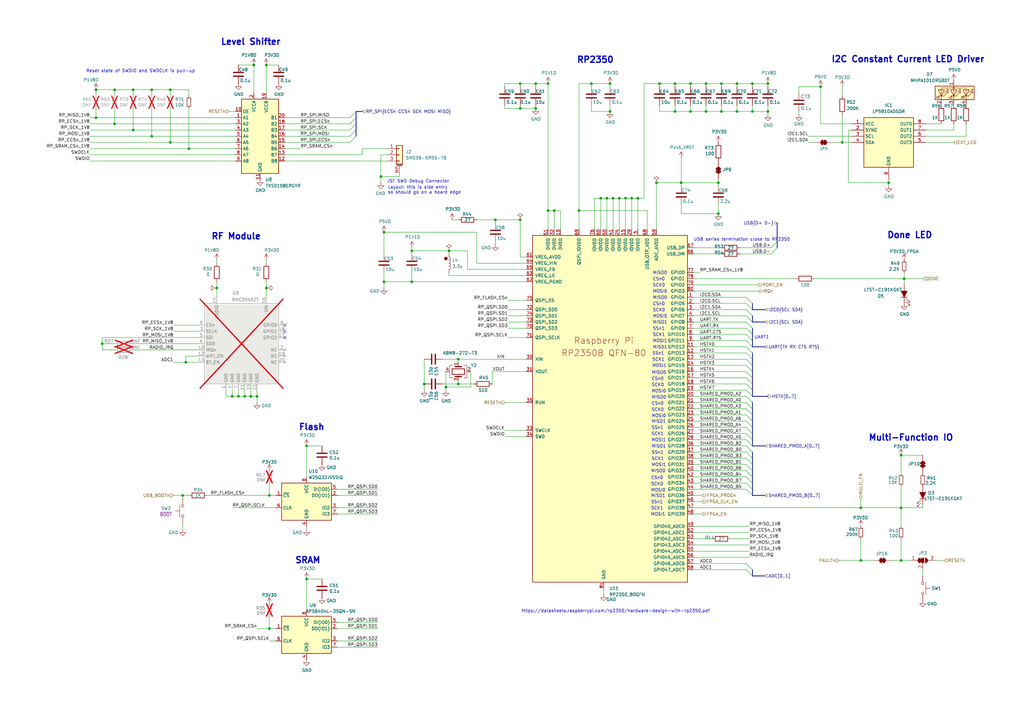
<source format=kicad_sch>
(kicad_sch (version 20250114) (generator "eeschema") (generator_version "9.0")
  (paper "A3")
  (title_block (title "PICO2-NX") (rev "0.1") (company "tinyVision.ai Inc."))
  (lib_symbols
    (symbol "Connector_Generic_MountingPin:Conn_01x03_MountingPin" (pin_names (offset 1.016) (hide yes))
      (property "Reference" "J" (at 0 5.08 0))
      (property "Value" "Conn_01x03_MountingPin" (at 1.27 -5.08 0))
      (symbol "Conn_01x03_MountingPin_1_1"
        (text "Mounting" (at 0 -4.191 0) (effects (font (size 0.381 0.381))))
        (pin passive line (at -5.08 2.54 0) (length 3.81) (name "Pin_1") (number "1"))
        (pin passive line (at -5.08 0 0) (length 3.81) (name "Pin_2") (number "2"))
        (pin passive line (at -5.08 -2.54 0) (length 3.81) (name "Pin_3") (number "3"))
        (pin passive line (at 0 -7.62 90) (length 3.048) (name "MountPin") (number "MP"))
      )
    )
    (symbol "Custom:RMC20452T"
      (property "Reference" "U" (at 16.256 16.256 0))
      (property "Value" "RMC20452T" (at 16.256 13.97 0))
      (symbol "RMC20452T_1_1"
        (pin input line (at -2.54 -8.89 0) (length 2.54) (name "CSn") (number "9"))
        (pin input line (at -2.54 -11.43 0) (length 2.54) (name "SCLK") (number "3"))
        (pin input line (at -2.54 -13.97 0) (length 2.54) (name "SDI") (number "5"))
        (pin power_out line (at -2.54 -16.51 0) (length 2.54) (name "SDO") (number "6"))
        (pin output line (at -2.54 -19.05 0) (length 2.54) (name "IRQn") (number "10"))
        (pin input line (at -2.54 -21.59 0) (length 2.54) (name "WIFI_EN") (number "12"))
        (pin input line (at -2.54 -24.13 0) (length 2.54) (name "BT_EN") (number "13"))
        (pin power_in line (at 5.08 2.54 270) (length 2.54) (name "VDDIO") (number "14"))
        (pin power_in line (at 8.89 -35.56 90) (length 2.54) (name "GND") (number "1"))
        (pin power_in line (at 11.43 -35.56 90) (length 2.54) (name "GND") (number "4"))
        (pin power_in line (at 13.97 -35.56 90) (length 2.54) (name "GND") (number "7"))
        (pin power_in line (at 16.51 -35.56 90) (length 2.54) (name "GND") (number "11"))
        (pin power_in line (at 19.05 -35.56 90) (length 2.54) (name "GND") (number "15"))
        (pin power_in line (at 21.59 -35.56 90) (length 2.54) (name "GND") (number "21"))
        (pin power_in line (at 25.4 2.54 270) (length 2.54) (name "VIN") (number "16"))
        (pin bidirectional line (at 33.02 -8.89 180) (length 2.54) (name "GPIO0") (number "8"))
        (pin bidirectional line (at 33.02 -11.43 180) (length 2.54) (name "GPIO1") (number "18"))
        (pin bidirectional line (at 33.02 -13.97 180) (length 2.54) (name "GPIO2") (number "17"))
        (pin no_connect line (at 33.02 -19.05 180) (length 2.54) (name "NC") (number "2"))
        (pin no_connect line (at 33.02 -21.59 180) (length 2.54) (name "NC") (number "19"))
        (pin no_connect line (at 33.02 -24.13 180) (length 2.54) (name "NC") (number "20"))
      )
    )
    (symbol "Device:C" (pin_numbers (hide yes)) (pin_names (offset 0.254))
      (property "Reference" "C" (at 0.635 2.54 0))
      (property "Value" "C" (at 0.635 -2.54 0))
      (symbol "C_1_1"
        (pin passive line (at 0 3.81 270) (length 2.794) (name "~") (number "1"))
        (pin passive line (at 0 -3.81 90) (length 2.794) (name "~") (number "2"))
      )
    )
    (symbol "Device:Crystal_GND24" (pin_names (offset 1.016) (hide yes))
      (property "Reference" "Y" (at 3.175 5.08 0))
      (property "Value" "Crystal_GND24" (at 3.175 3.175 0))
      (symbol "Crystal_GND24_1_1"
        (pin passive line (at -3.81 0 0) (length 1.27) (name "1") (number "1"))
        (pin passive line (at 0 5.08 270) (length 1.27) (name "2") (number "2"))
        (pin passive line (at 0 -5.08 90) (length 1.27) (name "4") (number "4"))
        (pin passive line (at 3.81 0 180) (length 1.27) (name "3") (number "3"))
      )
    )
    (symbol "Device:L" (pin_numbers (hide yes)) (pin_names (offset 1.016) (hide yes))
      (property "Reference" "L" (at -1.27 0 90))
      (property "Value" "L" (at 1.905 0 90))
      (symbol "L_1_1"
        (pin passive line (at 0 3.81 270) (length 1.27) (name "1") (number "1"))
        (pin passive line (at 0 -3.81 90) (length 1.27) (name "2") (number "2"))
      )
    )
    (symbol "Device:R" (pin_numbers (hide yes)) (pin_names (offset 0))
      (property "Reference" "R" (at 2.032 0 90))
      (property "Value" "R" (at 0 0 90))
      (symbol "R_1_1"
        (pin passive line (at 0 3.81 270) (length 1.27) (name "~") (number "1"))
        (pin passive line (at 0 -3.81 90) (length 1.27) (name "~") (number "2"))
      )
    )
    (symbol "Device:R_Small" (pin_numbers (hide yes)) (pin_names (offset 0.254) (hide yes))
      (property "Reference" "R" (at 0 0 90))
      (property "Value" "R_Small" (at 1.778 0 90))
      (symbol "R_Small_1_1"
        (pin passive line (at 0 2.54 270) (length 0.762) (name "~") (number "1"))
        (pin passive line (at 0 -2.54 90) (length 0.762) (name "~") (number "2"))
      )
    )
    (symbol "Jumper:SolderJumper_2_Bridged" (pin_numbers (hide yes)) (pin_names (offset 0) (hide yes)) (in_bom no)
      (property "Reference" "JP" (at 0 2.032 0))
      (property "Value" "SolderJumper_2_Bridged" (at 0 -2.54 0))
      (symbol "SolderJumper_2_Bridged_1_1"
        (pin passive line (at -3.81 0 0) (length 2.54) (name "A") (number "1"))
        (pin passive line (at 3.81 0 180) (length 2.54) (name "B") (number "2"))
      )
    )
    (symbol "Jumper:SolderJumper_3_Bridged12" (pin_names (offset 0) (hide yes)) (in_bom no)
      (property "Reference" "JP" (at -2.54 -2.54 0))
      (property "Value" "SolderJumper_3_Bridged12" (at 0 2.794 0))
      (symbol "SolderJumper_3_Bridged12_1_1"
        (pin passive line (at -5.08 0 0) (length 2.54) (name "A") (number "1"))
        (pin passive line (at 0 -3.81 90) (length 2.54) (name "C") (number "2"))
        (pin passive line (at 5.08 0 180) (length 2.54) (name "B") (number "3"))
      )
    )
    (symbol "Logic_LevelTranslator:TXS0108EPW"
      (property "Reference" "U" (at -6.35 16.51 0))
      (property "Value" "TXS0108EPW" (at 3.81 16.51 0))
      (symbol "TXS0108EPW_1_1"
        (pin input line (at -10.16 10.16 0) (length 2.54) (name "OE") (number "10"))
        (pin bidirectional line (at -10.16 7.62 0) (length 2.54) (name "A1") (number "1"))
        (pin bidirectional line (at -10.16 5.08 0) (length 2.54) (name "A2") (number "3"))
        (pin bidirectional line (at -10.16 2.54 0) (length 2.54) (name "A3") (number "4"))
        (pin bidirectional line (at -10.16 0 0) (length 2.54) (name "A4") (number "5"))
        (pin bidirectional line (at -10.16 -2.54 0) (length 2.54) (name "A5") (number "6"))
        (pin bidirectional line (at -10.16 -5.08 0) (length 2.54) (name "A6") (number "7"))
        (pin bidirectional line (at -10.16 -7.62 0) (length 2.54) (name "A7") (number "8"))
        (pin bidirectional line (at -10.16 -10.16 0) (length 2.54) (name "A8") (number "9"))
        (pin power_in line (at -2.54 17.78 270) (length 2.54) (name "VCCA") (number "2"))
        (pin power_in line (at 0 -17.78 90) (length 2.54) (name "GND") (number "11"))
        (pin power_in line (at 2.54 17.78 270) (length 2.54) (name "VCCB") (number "19"))
        (pin bidirectional line (at 10.16 7.62 180) (length 2.54) (name "B1") (number "20"))
        (pin bidirectional line (at 10.16 5.08 180) (length 2.54) (name "B2") (number "18"))
        (pin bidirectional line (at 10.16 2.54 180) (length 2.54) (name "B3") (number "17"))
        (pin bidirectional line (at 10.16 0 180) (length 2.54) (name "B4") (number "16"))
        (pin bidirectional line (at 10.16 -2.54 180) (length 2.54) (name "B5") (number "15"))
        (pin bidirectional line (at 10.16 -5.08 180) (length 2.54) (name "B6") (number "14"))
        (pin bidirectional line (at 10.16 -7.62 180) (length 2.54) (name "B7") (number "13"))
        (pin bidirectional line (at 10.16 -10.16 180) (length 2.54) (name "B8") (number "12"))
      )
    )
    (symbol "MCU_RaspberryPi_RP2350:RP2350_80QFN" (pin_names (offset 1.016))
      (property "Reference" "U" (at -29.21 49.53 0))
      (property "Value" "RP2350_80QFN" (at 25.4 -96.52 0))
      (symbol "RP2350_80QFN_0_0"
        (text "Raspberry Pi" (at 0 5.08 0) (effects (font (size 2.54 2.54))))
      )
      (symbol "RP2350_80QFN_1_0"
        (text "RP2350B QFN-80" (at 0 0 0) (effects (font (size 2.54 2.54))))
      )
      (symbol "RP2350_80QFN_1_1"
        (pin power_in line (at -31.75 39.37 0) (length 2.54) (name "VREG_AVDD") (number "61"))
        (pin power_in line (at -31.75 36.83 0) (length 2.54) (name "VREG_VIN") (number "64"))
        (pin input line (at -31.75 34.29 0) (length 2.54) (name "VREG_FB") (number "65"))
        (pin power_out line (at -31.75 31.75 0) (length 2.54) (name "VREG_LX") (number "63"))
        (pin power_in line (at -31.75 29.21 0) (length 2.54) (name "VREG_PGND") (number "62"))
        (pin bidirectional line (at -31.75 21.59 0) (length 2.54) (name "QSPI_SS") (number "75"))
        (pin bidirectional line (at -31.75 17.78 0) (length 2.54) (name "QSPI_SD0") (number "72"))
        (pin bidirectional line (at -31.75 15.24 0) (length 2.54) (name "QSPI_SD1") (number "74"))
        (pin bidirectional line (at -31.75 12.7 0) (length 2.54) (name "QSPI_SD2") (number "73"))
        (pin bidirectional line (at -31.75 10.16 0) (length 2.54) (name "QSPI_SD3") (number "70"))
        (pin output line (at -31.75 6.35 0) (length 2.54) (name "QSPI_SCLK") (number "71"))
        (pin input line (at -31.75 -2.54 0) (length 2.54) (name "XIN") (number "30"))
        (pin passive line (at -31.75 -7.62 0) (length 2.54) (name "XOUT") (number "31"))
        (pin input line (at -31.75 -20.32 0) (length 2.54) (name "RUN") (number "35"))
        (pin output line (at -31.75 -31.75 0) (length 2.54) (name "SWCLK") (number "33"))
        (pin bidirectional line (at -31.75 -34.29 0) (length 2.54) (name "SWD") (number "34"))
        (pin power_in line (at -22.86 50.8 270) (length 2.54) (name "DVDD") (number "51"))
        (pin power_in line (at -20.32 50.8 270) (length 2.54) (name "DVDD") (number "32"))
        (pin power_in line (at -17.78 50.8 270) (length 2.54) (name "DVDD") (number "10"))
        (pin power_in line (at -10.16 50.8 270) (length 2.54) (name "QSPI_IOVDD") (number "69"))
        (pin power_in line (at -3.81 50.8 270) (length 2.54) (name "IOVDD") (number "76"))
        (pin power_in line (at -1.27 50.8 270) (length 2.54) (name "IOVDD") (number "60"))
        (pin power_in line (at 0 -96.52 90) (length 2.54) (name "GND") (number "81"))
        (pin power_in line (at 1.27 50.8 270) (length 2.54) (name "IOVDD") (number "50"))
        (pin power_in line (at 3.81 50.8 270) (length 2.54) (name "IOVDD") (number "41"))
        (pin power_in line (at 6.35 50.8 270) (length 2.54) (name "IOVDD") (number "24"))
        (pin power_in line (at 8.89 50.8 270) (length 2.54) (name "IOVDD") (number "15"))
        (pin power_in line (at 11.43 50.8 270) (length 2.54) (name "IOVDD") (number "29"))
        (pin power_in line (at 13.97 50.8 270) (length 2.54) (name "IOVDD") (number "5"))
        (pin power_in line (at 17.78 50.8 270) (length 2.54) (name "USB_OTP_VDD") (number "68"))
        (pin power_in line (at 21.59 50.8 270) (length 2.54) (name "ADC_AVDD") (number "59"))
        (pin bidirectional line (at 36.83 43.18 180) (length 2.54) (name "USB_DP") (number "67"))
        (pin bidirectional line (at 36.83 40.64 180) (length 2.54) (name "USB_DM") (number "66"))
        (pin bidirectional line (at 36.83 33.02 180) (length 2.54) (name "GPIO0") (number "77"))
        (pin bidirectional line (at 36.83 30.48 180) (length 2.54) (name "GPIO1") (number "78"))
        (pin bidirectional line (at 36.83 27.94 180) (length 2.54) (name "GPIO2") (number "79"))
        (pin bidirectional line (at 36.83 25.4 180) (length 2.54) (name "GPIO3") (number "80"))
        (pin bidirectional line (at 36.83 22.86 180) (length 2.54) (name "GPIO4") (number "1"))
        (pin bidirectional line (at 36.83 20.32 180) (length 2.54) (name "GPIO5") (number "2"))
        (pin bidirectional line (at 36.83 17.78 180) (length 2.54) (name "GPIO6") (number "3"))
        (pin bidirectional line (at 36.83 15.24 180) (length 2.54) (name "GPIO7") (number "4"))
        (pin bidirectional line (at 36.83 12.7 180) (length 2.54) (name "GPIO8") (number "6"))
        (pin bidirectional line (at 36.83 10.16 180) (length 2.54) (name "GPIO9") (number "7"))
        (pin bidirectional line (at 36.83 7.62 180) (length 2.54) (name "GPIO10") (number "8"))
        (pin bidirectional line (at 36.83 5.08 180) (length 2.54) (name "GPIO11") (number "9"))
        (pin bidirectional line (at 36.83 2.54 180) (length 2.54) (name "GPIO12") (number "11"))
        (pin bidirectional line (at 36.83 0 180) (length 2.54) (name "GPIO13") (number "12"))
        (pin bidirectional line (at 36.83 -2.54 180) (length 2.54) (name "GPIO14") (number "13"))
        (pin bidirectional line (at 36.83 -5.08 180) (length 2.54) (name "GPIO15") (number "14"))
        (pin bidirectional line (at 36.83 -7.62 180) (length 2.54) (name "GPIO16") (number "16"))
        (pin bidirectional line (at 36.83 -10.16 180) (length 2.54) (name "GPIO17") (number "17"))
        (pin bidirectional line (at 36.83 -12.7 180) (length 2.54) (name "GPIO18") (number "18"))
        (pin bidirectional line (at 36.83 -15.24 180) (length 2.54) (name "GPIO19") (number "19"))
        (pin bidirectional line (at 36.83 -17.78 180) (length 2.54) (name "GPIO20") (number "20"))
        (pin bidirectional line (at 36.83 -20.32 180) (length 2.54) (name "GPIO21") (number "21"))
        (pin bidirectional line (at 36.83 -22.86 180) (length 2.54) (name "GPIO22") (number "22"))
        (pin bidirectional line (at 36.83 -25.4 180) (length 2.54) (name "GPIO23") (number "23"))
        (pin bidirectional line (at 36.83 -27.94 180) (length 2.54) (name "GPIO24") (number "25"))
        (pin bidirectional line (at 36.83 -30.48 180) (length 2.54) (name "GPIO25") (number "26"))
        (pin bidirectional line (at 36.83 -33.02 180) (length 2.54) (name "GPIO26") (number "27"))
        (pin bidirectional line (at 36.83 -35.56 180) (length 2.54) (name "GPIO27") (number "28"))
        (pin bidirectional line (at 36.83 -38.1 180) (length 2.54) (name "GPIO28") (number "36"))
        (pin bidirectional line (at 36.83 -40.64 180) (length 2.54) (name "GPIO29") (number "37"))
        (pin bidirectional line (at 36.83 -43.18 180) (length 2.54) (name "GPIO30") (number "38"))
        (pin bidirectional line (at 36.83 -45.72 180) (length 2.54) (name "GPIO31") (number "39"))
        (pin bidirectional line (at 36.83 -48.26 180) (length 2.54) (name "GPIO32") (number "40"))
        (pin bidirectional line (at 36.83 -50.8 180) (length 2.54) (name "GPIO33") (number "42"))
        (pin bidirectional line (at 36.83 -53.34 180) (length 2.54) (name "GPIO34") (number "43"))
        (pin bidirectional line (at 36.83 -55.88 180) (length 2.54) (name "GPIO35") (number "44"))
        (pin bidirectional line (at 36.83 -58.42 180) (length 2.54) (name "GPIO36") (number "45"))
        (pin bidirectional line (at 36.83 -60.96 180) (length 2.54) (name "GPIO37") (number "46"))
        (pin bidirectional line (at 36.83 -63.5 180) (length 2.54) (name "GPIO38") (number "47"))
        (pin bidirectional line (at 36.83 -66.04 180) (length 2.54) (name "GPIO39") (number "48"))
        (pin bidirectional line (at 36.83 -71.12 180) (length 2.54) (name "GPIO40_ADC0") (number "49"))
        (pin bidirectional line (at 36.83 -73.66 180) (length 2.54) (name "GPIO41_ADC1") (number "52"))
        (pin bidirectional line (at 36.83 -76.2 180) (length 2.54) (name "GPIO42_ADC2") (number "53"))
        (pin bidirectional line (at 36.83 -78.74 180) (length 2.54) (name "GPIO43_ADC3") (number "54"))
        (pin bidirectional line (at 36.83 -81.28 180) (length 2.54) (name "GPIO44_ADC4") (number "55"))
        (pin bidirectional line (at 36.83 -83.82 180) (length 2.54) (name "GPIO45_ADC5") (number "56"))
        (pin bidirectional line (at 36.83 -86.36 180) (length 2.54) (name "GPIO46_ADC6") (number "57"))
        (pin bidirectional line (at 36.83 -88.9 180) (length 2.54) (name "GPIO47_ADC7") (number "58"))
      )
    )
    (symbol "SamacSys:LP5810ADSDR"
      (property "Reference" "IC" (at 26.67 7.62 0))
      (property "Value" "LP5810ADSDR" (at 26.67 5.08 0))
      (symbol "LP5810ADSDR_1_1"
        (pin passive line (at 0 0 0) (length 5.08) (name "VCC") (number "1"))
        (pin passive line (at 0 -2.54 0) (length 5.08) (name "SYNC") (number "2"))
        (pin passive line (at 0 -5.08 0) (length 5.08) (name "SCL") (number "3"))
        (pin passive line (at 0 -7.62 0) (length 5.08) (name "SDA") (number "4"))
        (pin passive line (at 15.24 -22.86 90) (length 5.08) (name "GND") (number "9"))
        (pin passive line (at 30.48 0 180) (length 5.08) (name "OUT0") (number "8"))
        (pin passive line (at 30.48 -2.54 180) (length 5.08) (name "OUT1") (number "7"))
        (pin passive line (at 30.48 -5.08 180) (length 5.08) (name "OUT2") (number "6"))
        (pin passive line (at 30.48 -7.62 180) (length 5.08) (name "OUT3") (number "5"))
      )
    )
    (symbol "Switch:SW_Push" (pin_numbers (hide yes)) (pin_names (offset 1.016) (hide yes))
      (property "Reference" "SW" (at 1.27 2.54 0))
      (property "Value" "SW_Push" (at 0 -1.524 0))
      (symbol "SW_Push_0_1"
        (pin passive line (at -5.08 0 0) (length 2.54) (name "1") (number "1"))
        (pin passive line (at 5.08 0 180) (length 2.54) (name "2") (number "2"))
      )
    )
    (symbol "UPduino_v3.0:Device_LED_ALT" (pin_numbers (hide yes)) (pin_names (offset 1.016) (hide yes))
      (property "Reference" "D" (at 0 2.54 0))
      (property "Value" "Device_LED_ALT" (at 0 -2.54 0))
      (symbol "Device_LED_ALT_1_1"
        (pin passive line (at -3.81 0 0) (length 2.54) (name "K") (number "1"))
        (pin passive line (at 3.81 0 180) (length 2.54) (name "A") (number "2"))
      )
    )
    (symbol "UPduino_v3.0:Device_LED_ARGB" (pin_names (offset 0) (hide yes))
      (property "Reference" "D2" (at 0 11.8618 0))
      (property "Value" "MHPA1010RGBDT" (at 6.35 10.16 0))
      (symbol "Device_LED_ARGB_0_0"
        (text "B" (at -1.905 3.81 0) (effects (font (size 1.27 1.27))))
        (text "G" (at -1.905 -1.27 0) (effects (font (size 1.27 1.27))))
        (text "R" (at -1.905 -6.35 0) (effects (font (size 1.27 1.27))))
      )
      (symbol "Device_LED_ARGB_1_1"
        (pin passive line (at -5.08 5.08 0) (length 2.54) (name "BK") (number "4"))
        (pin passive line (at -5.08 0 0) (length 2.54) (name "GK") (number "3"))
        (pin passive line (at -5.08 -5.08 0) (length 2.54) (name "RK") (number "2"))
        (pin passive line (at 5.08 0 180) (length 2.54) (name "A") (number "1"))
      )
    )
    (symbol "UPduino_v3.0:W25Q32JVSS-Memory_Flash"
      (property "Reference" "U" (at -8.89 8.89 0))
      (property "Value" "W25Q32JVSS-Memory_Flash" (at 7.62 8.89 0))
      (symbol "W25Q32JVSS-Memory_Flash_1_1"
        (pin input line (at -12.7 2.54 0) (length 2.54) (name "~{CS}") (number "1"))
        (pin input line (at -12.7 -2.54 0) (length 2.54) (name "CLK") (number "6"))
        (pin power_in line (at 0 10.16 270) (length 2.54) (name "VCC") (number "8"))
        (pin power_in line (at 0 -10.16 90) (length 2.54) (name "GND") (number "4"))
        (pin bidirectional line (at 12.7 5.08 180) (length 2.54) (name "DI(IO0)") (number "5"))
        (pin bidirectional line (at 12.7 2.54 180) (length 2.54) (name "DO(IO1)") (number "2"))
        (pin bidirectional line (at 12.7 -2.54 180) (length 2.54) (name "IO2") (number "3"))
        (pin bidirectional line (at 12.7 -5.08 180) (length 2.54) (name "IO3") (number "7"))
      )
    )
    (symbol "power:+1V1" (power) (pin_numbers (hide yes)) (pin_names (offset 0) (hide yes))
      (property "Value" "+1V1" (at 0 3.556 0))
      (symbol "+1V1_1_1"
        (pin power_in line (at 0 0 90) (length 0) (name "~") (number "1"))
      )
    )
    (symbol "power:GND" (power) (pin_numbers (hide yes)) (pin_names (offset 0) (hide yes))
      (property "Value" "GND" (at 0 -3.81 0))
      (symbol "GND_1_1"
        (pin power_in line (at 0 0 270) (length 0) (name "~") (number "1"))
      )
    )
    (symbol "power:PWR_FLAG" (power) (pin_numbers (hide yes)) (pin_names (offset 0) (hide yes))
      (property "Value" "PWR_FLAG" (at 0 3.81 0))
      (symbol "PWR_FLAG_0_0"
        (pin power_out line (at 0 0 90) (length 0) (name "~") (number "1"))
      )
    )
    (symbol "power:VBUS" (power) (pin_numbers (hide yes)) (pin_names (offset 0) (hide yes))
      (property "Value" "VBUS" (at 0 3.556 0))
      (symbol "VBUS_1_1"
        (pin power_in line (at 0 0 90) (length 0) (name "~") (number "1"))
      )
    )
    (symbol "power:VCC" (power) (pin_numbers (hide yes)) (pin_names (offset 0) (hide yes))
      (property "Value" "VCC" (at 0 3.556 0))
      (symbol "VCC_1_1"
        (pin power_in line (at 0 0 90) (length 0) (name "~") (number "1"))
      )
    )
  )
  (bus_alias "HSTX" (members "L0_P" "L0_N" "L1_P" "L1_N" "L2_P" "L2_N" "L3_P" "L3_N"))
  (bus_alias "QSPI" (members "D0" "D1" "D2" "D3" "CLK" "SSn0" "SSn1"))
  (circle (center 182.88 106.045) (radius 0.635) (stroke (width 0) (color 132 0 0 1)) (fill (type color) (color 132 0 0 1)))
  (text "MOSI0" (at 267.208 171.4335 0) (effects (font (size 1.27 1.27)) (justify left bottom)))
  (text "Level Shifter" (at 90.424 18.796 0) (effects (font (size 2.54 2.54) (thickness 0.508) (bold yes)) (justify left bottom)))
  (text "SCK0" (at 267.661 117.8649 0) (effects (font (size 1.27 1.27)) (justify left bottom)))
  (text "CSn0" (at 267.2355 156.2138 0) (effects (font (size 1.27 1.27)) (justify left bottom)))
  (text "I2C Constant Current LED Driver" (at 340.868 25.908 0) (effects (font (size 2.54 2.54) (thickness 0.508) (bold yes)) (justify left bottom)))
  (text "SCK1" (at 267.1805 178.8122 0) (effects (font (size 1.27 1.27)) (justify left bottom)))
  (text "RF Module" (at 107.188 98.552 0) (effects (font (size 2.54 2.54) (thickness 0.508) (bold yes)) (justify right bottom)))
  (text "MISO0" (at 267.6885 122.9487 0) (effects (font (size 1.27 1.27)) (justify left bottom)))
  (text "MISO1" (at 267.208 183.9125 0) (effects (font (size 1.27 1.27)) (justify left bottom)))
  (text "Layout: this is side entry\nso should go on a board edge" (at 159.004 77.978 0) (effects (font (size 1.27 1.27)) (justify left)))
  (text "JST SWD Debug Connector" (at 158.75 75.184 0) (effects (font (size 1.27 1.27)) (justify left bottom)))
  (text "CSn0" (at 267.6885 115.3287 0) (effects (font (size 1.27 1.27)) (justify left bottom)))
  (text "Multi-Function IO" (at 356.108 181.102 0) (effects (font (size 2.54 2.54) (thickness 0.508) (bold yes)) (justify left bottom)))
  (text "SCK1" (at 267.462 148.336 0) (effects (font (size 1.27 1.27)) (justify left bottom)))
  (text "MOSI1" (at 267.462 150.8595 0) (effects (font (size 1.27 1.27)) (justify left bottom)))
  (text "MOSI0" (at 266.9815 201.9173 0) (effects (font (size 1.27 1.27)) (justify left bottom)))
  (text "SCK0" (at 266.9815 199.3938 0) (effects (font (size 1.27 1.27)) (justify left bottom)))
  (text "SCK1" (at 267.6885 138.1722 0) (effects (font (size 1.27 1.27)) (justify left bottom)))
  (text "SSn1" (at 267.2355 186.4563 0) (effects (font (size 1.27 1.27)) (justify left bottom)))
  (text "MISO0" (at 267.009 194.0471 0) (effects (font (size 1.27 1.27)) (justify left bottom)))
  (text "MOSI1" (at 266.954 211.8195 0) (effects (font (size 1.27 1.27)) (justify left bottom)))
  (text "UART1" (at 312.42 138.43 0) (effects (font (size 1.27 1.27))))
  (text "SCK0" (at 267.6885 128.0287 0) (effects (font (size 1.27 1.27)) (justify left bottom)))
  (text "SSn1" (at 267.716 135.636 0) (effects (font (size 1.27 1.27)) (justify left bottom)))
  (text "MOSI1" (at 267.6885 140.6957 0) (effects (font (size 1.27 1.27)) (justify left bottom)))
  (text "SSn1" (at 267.208 176.276 0) (effects (font (size 1.27 1.27)) (justify left bottom)))
  (text "Flash" (at 122.428 176.784 0) (effects (font (size 2.54 2.54) (thickness 0.508) (bold yes)) (justify left bottom)))
  (text "MOSI0" (at 267.208 161.2735 0) (effects (font (size 1.27 1.27)) (justify left bottom)))
  (text "Done LED" (at 363.728 98.044 0) (effects (font (size 2.54 2.54) (thickness 0.508) (bold yes)) (justify left bottom)))
  (text "Reset state of SWDIO and SWDCLK is pull-up" (at 57.658 29.21 0) (effects (font (size 1.27 1.27))))
  (text "SSn1" (at 267.4895 145.7998 0) (effects (font (size 1.27 1.27)) (justify left bottom)))
  (text "MOSI0" (at 267.6885 130.5522 0) (effects (font (size 1.27 1.27)) (justify left bottom)))
  (text "MISO0" (at 267.2355 153.6573 0) (effects (font (size 1.27 1.27)) (justify left bottom)))
  (text "MISO1" (at 267.716 143.256 0) (effects (font (size 1.27 1.27)) (justify left bottom)))
  (text "MISO1" (at 267.716 133.0795 0) (effects (font (size 1.27 1.27)) (justify left bottom)))
  (text "SCK0" (at 267.208 168.91 0) (effects (font (size 1.27 1.27)) (justify left bottom)))
  (text "MOSI0" (at 267.661 120.3884 0) (effects (font (size 1.27 1.27)) (justify left bottom)))
  (text "MOSI1" (at 267.1805 181.3357 0) (effects (font (size 1.27 1.27)) (justify left bottom)))
  (text "MISO1" (at 267.208 173.7195 0) (effects (font (size 1.27 1.27)) (justify left bottom)))
  (text "CSn0" (at 267.716 125.4925 0) (effects (font (size 1.27 1.27)) (justify left bottom)))
  (text "MISO0" (at 267.2355 163.8173 0) (effects (font (size 1.27 1.27)) (justify left bottom)))
  (text "RP2350" (at 236.474 26.162 0) (effects (font (size 2.54 2.54) (thickness 0.508) (bold yes)) (justify left bottom)))
  (text "CSn0" (at 267.009 196.8576 0) (effects (font (size 1.27 1.27)) (justify left bottom)))
  (text "SCK1" (at 266.954 209.296 0) (effects (font (size 1.27 1.27)) (justify left bottom)))
  (text "MISO1" (at 266.9815 204.2033 0) (effects (font (size 1.27 1.27)) (justify left bottom)))
  (text "MISO0" (at 267.6885 112.7722 0) (effects (font (size 1.27 1.27)) (justify left bottom)))
  (text "SCK0" (at 267.208 158.75 0) (effects (font (size 1.27 1.27)) (justify left bottom)))
  (text "SRAM" (at 120.904 231.394 0) (effects (font (size 2.54 2.54) (thickness 0.508) (bold yes)) (justify left bottom)))
  (text "USB series termination close to RP2350" (at 284.48 99.06 0) (effects (font (size 1.27 1.27)) (justify left bottom)))
  (text "SSn1" (at 266.9815 206.7598 0) (effects (font (size 1.27 1.27)) (justify left bottom)))
  (text "SCK1" (at 267.208 188.9925 0) (effects (font (size 1.27 1.27)) (justify left bottom)))
  (text "CSn0" (at 267.2355 166.3738 0) (effects (font (size 1.27 1.27)) (justify left bottom)))
  (text "MOSI1" (at 267.208 191.516 0) (effects (font (size 1.27 1.27)) (justify left bottom)))
  (text "https://datasheets.raspberrypi.com/rp2350/hardware-design-with-rp2350.pdf" (at 252.476 250.698 0) (effects (font (size 1.27 1.27))))
  (junction (at 308.61 34.29))
  (junction (at 105.41 162.56))
  (junction (at 219.71 34.29))
  (junction (at 157.48 95.25))
  (junction (at 302.26 45.72))
  (junction (at 213.36 44.45))
  (junction (at 353.06 229.87))
  (junction (at 168.91 102.87))
  (junction (at 308.61 45.72))
  (junction (at 283.21 34.29))
  (junction (at 187.96 157.48))
  (junction (at 294.64 74.93))
  (junction (at 95.25 162.56))
  (junction (at 279.4 74.93))
  (junction (at 259.08 81.28))
  (junction (at 39.37 48.26))
  (junction (at 369.57 229.87))
  (junction (at 256.54 81.28))
  (junction (at 224.79 86.36))
  (junction (at 369.57 208.28))
  (junction (at 69.85 58.42))
  (junction (at 289.56 34.29))
  (junction (at 184.15 102.87))
  (junction (at 364.49 74.93))
  (junction (at 69.85 36.83))
  (junction (at 276.86 45.72))
  (junction (at 314.96 45.72))
  (junction (at 39.37 36.83))
  (junction (at 248.92 81.28))
  (junction (at 173.99 157.48))
  (junction (at 242.57 34.29))
  (junction (at 100.33 162.56))
  (junction (at 110.49 257.81))
  (junction (at 295.91 45.72))
  (junction (at 250.19 45.72))
  (junction (at 125.73 182.88))
  (junction (at 294.64 87.63))
  (junction (at 213.36 34.29))
  (junction (at 302.26 34.29))
  (junction (at 283.21 45.72))
  (junction (at 46.99 50.8))
  (junction (at 276.86 34.29))
  (junction (at 76.2 148.59))
  (junction (at 62.23 55.88))
  (junction (at 246.38 81.28))
  (junction (at 168.91 115.57))
  (junction (at 109.22 118.11))
  (junction (at 157.48 115.57))
  (junction (at 251.46 81.28))
  (junction (at 269.24 74.93))
  (junction (at 41.91 140.97))
  (junction (at 345.44 58.42))
  (junction (at 46.99 36.83))
  (junction (at 77.47 60.96))
  (junction (at 187.96 147.32))
  (junction (at 250.19 34.29))
  (junction (at 295.91 34.29))
  (junction (at 110.49 203.2))
  (junction (at 203.2 90.17))
  (junction (at 54.61 53.34))
  (junction (at 224.79 34.29))
  (junction (at 353.06 208.28))
  (junction (at 261.62 81.28))
  (junction (at 156.21 72.39))
  (junction (at 254 81.28))
  (junction (at 74.93 203.2))
  (junction (at 369.57 186.69))
  (junction (at 104.14 26.67))
  (junction (at 270.51 34.29))
  (junction (at 370.84 114.3))
  (junction (at 289.56 45.72))
  (junction (at 213.36 90.17))
  (junction (at 125.73 237.49))
  (junction (at 109.22 26.67))
  (junction (at 54.61 36.83))
  (junction (at 102.87 162.56))
  (junction (at 97.79 162.56))
  (junction (at 62.23 36.83))
  (junction (at 314.96 34.29))
  (junction (at 336.55 35.56))
  (junction (at 219.71 44.45))
  (junction (at 237.49 86.36))
  (junction (at 227.33 86.36))
  (junction (at 88.9 118.11))
  (junction (at 182.88 158.75))
  (no_connect (at 116.84 135.89))
  (no_connect (at 116.84 133.35))
  (no_connect (at 116.84 138.43))
  (bus_entry (at 308.61 137.16) (size -2.54 -2.54))
  (bus_entry (at 308.61 149.86) (size -2.54 -2.54))
  (bus_entry (at 308.61 187.96) (size -2.54 -2.54))
  (bus_entry (at 146.05 53.34) (size -2.54 2.54))
  (bus_entry (at 308.61 193.04) (size -2.54 -2.54))
  (bus_entry (at 308.61 182.88) (size -2.54 -2.54))
  (bus_entry (at 308.61 198.12) (size -2.54 -2.54))
  (bus_entry (at 308.61 157.48) (size -2.54 -2.54))
  (bus_entry (at 308.61 124.46) (size -2.54 -2.54))
  (bus_entry (at 308.61 170.18) (size -2.54 -2.54))
  (bus_entry (at 146.05 55.88) (size -2.54 2.54))
  (bus_entry (at 308.61 175.26) (size -2.54 -2.54))
  (bus_entry (at 308.61 190.5) (size -2.54 -2.54))
  (bus_entry (at 308.61 154.94) (size -2.54 -2.54))
  (bus_entry (at 308.61 162.56) (size -2.54 -2.54))
  (bus_entry (at 308.61 236.22) (size -2.54 -2.54))
  (bus_entry (at 308.61 200.66) (size -2.54 -2.54))
  (bus_entry (at 308.61 185.42) (size -2.54 -2.54))
  (bus_entry (at 146.05 45.72) (size -2.54 2.54))
  (bus_entry (at 146.05 48.26) (size -2.54 2.54))
  (bus_entry (at 308.61 127) (size -2.54 -2.54))
  (bus_entry (at 308.61 144.78) (size -2.54 -2.54))
  (bus_entry (at 308.61 167.64) (size -2.54 -2.54))
  (bus_entry (at 308.61 172.72) (size -2.54 -2.54))
  (bus_entry (at 308.61 233.68) (size -2.54 -2.54))
  (bus_entry (at 318.77 101.6) (size -2.54 2.54))
  (bus_entry (at 308.61 165.1) (size -2.54 -2.54))
  (bus_entry (at 308.61 129.54) (size -2.54 -2.54))
  (bus_entry (at 308.61 203.2) (size -2.54 -2.54))
  (bus_entry (at 308.61 152.4) (size -2.54 -2.54))
  (bus_entry (at 308.61 160.02) (size -2.54 -2.54))
  (bus_entry (at 308.61 132.08) (size -2.54 -2.54))
  (bus_entry (at 308.61 142.24) (size -2.54 -2.54))
  (bus_entry (at 146.05 50.8) (size -2.54 2.54))
  (bus_entry (at 308.61 139.7) (size -2.54 -2.54))
  (bus_entry (at 308.61 134.62) (size -2.54 -2.54))
  (bus_entry (at 308.61 180.34) (size -2.54 -2.54))
  (bus_entry (at 308.61 147.32) (size -2.54 -2.54))
  (bus_entry (at 308.61 195.58) (size -2.54 -2.54))
  (bus_entry (at 318.77 99.06) (size -2.54 2.54))
  (bus_entry (at 308.61 177.8) (size -2.54 -2.54))
  (wire (pts (xy 138.43 208.28) (xy 154.94 208.28)))
  (wire (pts (xy 138.43 255.27) (xy 154.94 255.27)))
  (wire (pts (xy 62.23 36.83) (xy 62.23 39.37)))
  (wire (pts (xy 97.79 162.56) (xy 100.33 162.56)))
  (wire (pts (xy 93.98 45.72) (xy 96.52 45.72)))
  (wire (pts (xy 168.91 104.14) (xy 168.91 102.87)))
  (wire (pts (xy 182.88 152.4) (xy 182.88 158.75)))
  (wire (pts (xy 284.48 142.24) (xy 306.07 142.24)))
  (wire (pts (xy 284.48 218.44) (xy 307.34 218.44)))
  (wire (pts (xy 383.54 229.87) (xy 387.35 229.87)))
  (wire (pts (xy 77.47 60.96) (xy 96.52 60.96)))
  (wire (pts (xy 284.48 165.1) (xy 306.07 165.1)))
  (wire (pts (xy 195.58 107.95) (xy 215.9 107.95)))
  (wire (pts (xy 62.23 55.88) (xy 96.52 55.88)))
  (wire (pts (xy 289.56 45.72) (xy 289.56 43.18)))
  (wire (pts (xy 181.61 147.32) (xy 187.96 147.32)))
  (wire (pts (xy 224.79 34.29) (xy 224.79 86.36)))
  (bus (pts (xy 308.61 157.48) (xy 308.61 160.02)))
  (wire (pts (xy 69.85 36.83) (xy 62.23 36.83)))
  (wire (pts (xy 54.61 140.97) (xy 81.28 140.97)))
  (bus (pts (xy 308.61 144.78) (xy 308.61 147.32)))
  (wire (pts (xy 308.61 45.72) (xy 302.26 45.72)))
  (wire (pts (xy 54.61 53.34) (xy 96.52 53.34)))
  (wire (pts (xy 36.83 60.96) (xy 77.47 60.96)))
  (wire (pts (xy 353.06 220.98) (xy 353.06 229.87)))
  (bus (pts (xy 308.61 177.8) (xy 308.61 180.34)))
  (wire (pts (xy 269.24 74.93) (xy 279.4 74.93)))
  (bus (pts (xy 318.77 91.44) (xy 318.77 99.06)))
  (wire (pts (xy 353.06 204.47) (xy 353.06 208.28)))
  (bus (pts (xy 308.61 162.56) (xy 314.96 162.56)))
  (wire (pts (xy 109.22 118.11) (xy 109.22 115.57)))
  (wire (pts (xy 284.48 170.18) (xy 306.07 170.18)))
  (wire (pts (xy 74.93 203.2) (xy 77.47 203.2)))
  (wire (pts (xy 345.44 35.56) (xy 345.44 39.37)))
  (wire (pts (xy 125.73 182.88) (xy 125.73 195.58)))
  (wire (pts (xy 243.84 81.28) (xy 246.38 81.28)))
  (bus (pts (xy 308.61 233.68) (xy 308.61 236.22)))
  (wire (pts (xy 157.48 95.25) (xy 195.58 95.25)))
  (wire (pts (xy 69.85 44.45) (xy 69.85 58.42)))
  (wire (pts (xy 39.37 48.26) (xy 96.52 48.26)))
  (wire (pts (xy 369.57 199.39) (xy 369.57 208.28)))
  (wire (pts (xy 250.19 34.29) (xy 242.57 34.29)))
  (wire (pts (xy 116.84 50.8) (xy 143.51 50.8)))
  (wire (pts (xy 110.49 252.73) (xy 110.49 257.81)))
  (bus (pts (xy 308.61 152.4) (xy 308.61 154.94)))
  (wire (pts (xy 284.48 220.98) (xy 292.1 220.98)))
  (wire (pts (xy 46.99 143.51) (xy 41.91 143.51)))
  (bus (pts (xy 308.61 175.26) (xy 308.61 177.8)))
  (wire (pts (xy 132.08 237.49) (xy 125.73 237.49)))
  (wire (pts (xy 191.77 102.87) (xy 184.15 102.87)))
  (bus (pts (xy 308.61 139.7) (xy 308.61 142.24)))
  (wire (pts (xy 116.84 60.96) (xy 123.19 60.96)))
  (wire (pts (xy 347.98 53.34) (xy 347.98 74.93)))
  (wire (pts (xy 270.51 45.72) (xy 270.51 43.18)))
  (bus (pts (xy 308.61 160.02) (xy 308.61 162.56)))
  (wire (pts (xy 334.01 58.42) (xy 331.47 58.42)))
  (wire (pts (xy 264.16 34.29) (xy 264.16 81.28)))
  (bus (pts (xy 308.61 165.1) (xy 308.61 167.64)))
  (wire (pts (xy 77.47 39.37) (xy 77.47 36.83)))
  (wire (pts (xy 283.21 45.72) (xy 283.21 43.18)))
  (wire (pts (xy 237.49 34.29) (xy 237.49 86.36)))
  (wire (pts (xy 201.93 152.4) (xy 215.9 152.4)))
  (wire (pts (xy 157.48 111.76) (xy 157.48 115.57)))
  (wire (pts (xy 256.54 81.28) (xy 259.08 81.28)))
  (wire (pts (xy 370.84 111.76) (xy 370.84 114.3)))
  (wire (pts (xy 284.48 116.84) (xy 311.15 116.84)))
  (wire (pts (xy 195.58 95.25) (xy 195.58 107.95)))
  (wire (pts (xy 276.86 34.29) (xy 283.21 34.29)))
  (bus (pts (xy 308.61 134.62) (xy 308.61 137.16)))
  (wire (pts (xy 303.53 101.6) (xy 316.23 101.6)))
  (wire (pts (xy 237.49 34.29) (xy 242.57 34.29)))
  (bus (pts (xy 313.69 236.22) (xy 308.61 236.22)))
  (wire (pts (xy 302.26 34.29) (xy 295.91 34.29)))
  (wire (pts (xy 77.47 44.45) (xy 77.47 60.96)))
  (wire (pts (xy 284.48 180.34) (xy 306.07 180.34)))
  (wire (pts (xy 229.87 86.36) (xy 227.33 86.36)))
  (wire (pts (xy 284.48 149.86) (xy 306.07 149.86)))
  (wire (pts (xy 62.23 36.83) (xy 54.61 36.83)))
  (wire (pts (xy 308.61 35.56) (xy 308.61 34.29)))
  (wire (pts (xy 302.26 45.72) (xy 295.91 45.72)))
  (wire (pts (xy 284.48 132.08) (xy 306.07 132.08)))
  (wire (pts (xy 314.96 34.29) (xy 308.61 34.29)))
  (wire (pts (xy 284.48 160.02) (xy 306.07 160.02)))
  (wire (pts (xy 295.91 35.56) (xy 295.91 34.29)))
  (wire (pts (xy 109.22 118.11) (xy 109.22 121.92)))
  (wire (pts (xy 284.48 185.42) (xy 306.07 185.42)))
  (wire (pts (xy 284.48 187.96) (xy 306.07 187.96)))
  (wire (pts (xy 36.83 63.5) (xy 96.52 63.5)))
  (wire (pts (xy 219.71 43.18) (xy 219.71 44.45)))
  (bus (pts (xy 308.61 132.08) (xy 313.69 132.08)))
  (bus (pts (xy 308.61 127) (xy 308.61 124.46)))
  (wire (pts (xy 284.48 215.9) (xy 307.34 215.9)))
  (wire (pts (xy 105.41 160.02) (xy 105.41 162.56)))
  (wire (pts (xy 369.57 208.28) (xy 369.57 215.9)))
  (wire (pts (xy 353.06 208.28) (xy 369.57 208.28)))
  (wire (pts (xy 284.48 119.38) (xy 311.15 119.38)))
  (wire (pts (xy 391.16 53.34) (xy 379.73 53.34)))
  (wire (pts (xy 251.46 93.98) (xy 251.46 81.28)))
  (bus (pts (xy 313.69 203.2) (xy 308.61 203.2)))
  (wire (pts (xy 46.99 44.45) (xy 46.99 50.8)))
  (wire (pts (xy 76.2 148.59) (xy 81.28 148.59)))
  (wire (pts (xy 110.49 257.81) (xy 113.03 257.81)))
  (wire (pts (xy 69.85 39.37) (xy 69.85 36.83)))
  (wire (pts (xy 219.71 35.56) (xy 219.71 34.29)))
  (wire (pts (xy 158.75 63.5) (xy 156.21 63.5)))
  (wire (pts (xy 327.66 45.72) (xy 327.66 46.99)))
  (wire (pts (xy 284.48 208.28) (xy 353.06 208.28)))
  (wire (pts (xy 36.83 66.04) (xy 96.52 66.04)))
  (wire (pts (xy 284.48 124.46) (xy 306.07 124.46)))
  (wire (pts (xy 195.58 90.17) (xy 203.2 90.17)))
  (wire (pts (xy 95.25 160.02) (xy 95.25 162.56)))
  (wire (pts (xy 243.84 93.98) (xy 243.84 81.28)))
  (wire (pts (xy 284.48 129.54) (xy 306.07 129.54)))
  (wire (pts (xy 163.83 71.12) (xy 163.83 72.39)))
  (wire (pts (xy 74.93 203.2) (xy 74.93 204.47)))
  (wire (pts (xy 284.48 175.26) (xy 306.07 175.26)))
  (wire (pts (xy 284.48 177.8) (xy 306.07 177.8)))
  (wire (pts (xy 289.56 34.29) (xy 295.91 34.29)))
  (wire (pts (xy 248.92 93.98) (xy 248.92 81.28)))
  (wire (pts (xy 157.48 115.57) (xy 168.91 115.57)))
  (wire (pts (xy 100.33 162.56) (xy 102.87 162.56)))
  (wire (pts (xy 302.26 35.56) (xy 302.26 34.29)))
  (wire (pts (xy 284.48 157.48) (xy 306.07 157.48)))
  (wire (pts (xy 261.62 81.28) (xy 264.16 81.28)))
  (wire (pts (xy 379.73 58.42) (xy 391.16 58.42)))
  (wire (pts (xy 138.43 262.89) (xy 154.94 262.89)))
  (wire (pts (xy 246.38 81.28) (xy 248.92 81.28)))
  (wire (pts (xy 173.99 147.32) (xy 173.99 157.48)))
  (wire (pts (xy 213.36 34.29) (xy 219.71 34.29)))
  (bus (pts (xy 308.61 154.94) (xy 308.61 157.48)))
  (wire (pts (xy 378.46 186.69) (xy 369.57 186.69)))
  (wire (pts (xy 219.71 44.45) (xy 213.36 44.45)))
  (wire (pts (xy 116.84 66.04) (xy 158.75 66.04)))
  (wire (pts (xy 379.73 50.8) (xy 386.08 50.8)))
  (wire (pts (xy 181.61 157.48) (xy 187.96 157.48)))
  (wire (pts (xy 208.28 123.19) (xy 215.9 123.19)))
  (bus (pts (xy 146.05 45.72) (xy 148.59 45.72)))
  (wire (pts (xy 369.57 220.98) (xy 369.57 229.87)))
  (wire (pts (xy 302.26 45.72) (xy 302.26 43.18)))
  (wire (pts (xy 294.64 74.93) (xy 294.64 76.2)))
  (wire (pts (xy 276.86 45.72) (xy 283.21 45.72)))
  (wire (pts (xy 116.84 58.42) (xy 143.51 58.42)))
  (wire (pts (xy 208.28 134.62) (xy 215.9 134.62)))
  (wire (pts (xy 279.4 87.63) (xy 279.4 83.82)))
  (wire (pts (xy 314.96 35.56) (xy 314.96 34.29)))
  (wire (pts (xy 215.9 110.49) (xy 191.77 110.49)))
  (wire (pts (xy 327.66 35.56) (xy 327.66 38.1)))
  (wire (pts (xy 110.49 203.2) (xy 113.03 203.2)))
  (wire (pts (xy 295.91 45.72) (xy 295.91 43.18)))
  (wire (pts (xy 299.72 220.98) (xy 307.34 220.98)))
  (bus (pts (xy 308.61 195.58) (xy 308.61 198.12)))
  (wire (pts (xy 261.62 81.28) (xy 261.62 93.98)))
  (wire (pts (xy 270.51 34.29) (xy 276.86 34.29)))
  (wire (pts (xy 156.21 63.5) (xy 156.21 72.39)))
  (bus (pts (xy 146.05 48.26) (xy 146.05 45.72)))
  (wire (pts (xy 284.48 200.66) (xy 306.07 200.66)))
  (wire (pts (xy 284.48 154.94) (xy 306.07 154.94)))
  (wire (pts (xy 259.08 81.28) (xy 259.08 93.98)))
  (wire (pts (xy 284.48 167.64) (xy 306.07 167.64)))
  (wire (pts (xy 41.91 138.43) (xy 81.28 138.43)))
  (wire (pts (xy 344.17 229.87) (xy 353.06 229.87)))
  (wire (pts (xy 378.46 208.28) (xy 369.57 208.28)))
  (wire (pts (xy 36.83 50.8) (xy 46.99 50.8)))
  (wire (pts (xy 378.46 233.68) (xy 378.46 236.22)))
  (bus (pts (xy 318.77 99.06) (xy 318.77 101.6)))
  (wire (pts (xy 138.43 200.66) (xy 154.94 200.66)))
  (wire (pts (xy 207.01 34.29) (xy 213.36 34.29)))
  (wire (pts (xy 138.43 210.82) (xy 154.94 210.82)))
  (wire (pts (xy 284.48 195.58) (xy 306.07 195.58)))
  (wire (pts (xy 250.19 43.18) (xy 250.19 45.72)))
  (wire (pts (xy 36.83 48.26) (xy 39.37 48.26)))
  (bus (pts (xy 308.61 170.18) (xy 308.61 172.72)))
  (wire (pts (xy 116.84 55.88) (xy 143.51 55.88)))
  (wire (pts (xy 341.63 58.42) (xy 345.44 58.42)))
  (wire (pts (xy 125.73 237.49) (xy 125.73 250.19)))
  (wire (pts (xy 185.42 90.17) (xy 187.96 90.17)))
  (wire (pts (xy 100.33 160.02) (xy 100.33 162.56)))
  (wire (pts (xy 203.2 90.17) (xy 213.36 90.17)))
  (wire (pts (xy 156.21 72.39) (xy 163.83 72.39)))
  (wire (pts (xy 207.01 35.56) (xy 207.01 34.29)))
  (wire (pts (xy 54.61 143.51) (xy 81.28 143.51)))
  (wire (pts (xy 213.36 43.18) (xy 213.36 44.45)))
  (wire (pts (xy 41.91 140.97) (xy 41.91 138.43)))
  (wire (pts (xy 284.48 210.82) (xy 288.29 210.82)))
  (wire (pts (xy 208.28 129.54) (xy 215.9 129.54)))
  (wire (pts (xy 336.55 50.8) (xy 349.25 50.8)))
  (bus (pts (xy 308.61 198.12) (xy 308.61 200.66)))
  (wire (pts (xy 303.53 104.14) (xy 316.23 104.14)))
  (wire (pts (xy 314.96 43.18) (xy 314.96 45.72)))
  (wire (pts (xy 284.48 111.76) (xy 287.02 111.76)))
  (wire (pts (xy 207.01 44.45) (xy 213.36 44.45)))
  (wire (pts (xy 327.66 35.56) (xy 336.55 35.56)))
  (wire (pts (xy 92.71 160.02) (xy 92.71 162.56)))
  (wire (pts (xy 95.25 208.28) (xy 113.03 208.28)))
  (wire (pts (xy 284.48 139.7) (xy 306.07 139.7)))
  (wire (pts (xy 370.84 114.3) (xy 378.46 114.3)))
  (wire (pts (xy 54.61 44.45) (xy 54.61 53.34)))
  (bus (pts (xy 146.05 50.8) (xy 146.05 48.26)))
  (wire (pts (xy 39.37 36.83) (xy 39.37 39.37)))
  (bus (pts (xy 308.61 137.16) (xy 308.61 139.7)))
  (wire (pts (xy 104.14 26.67) (xy 104.14 38.1)))
  (wire (pts (xy 208.28 127) (xy 215.9 127)))
  (wire (pts (xy 284.48 198.12) (xy 306.07 198.12)))
  (wire (pts (xy 88.9 118.11) (xy 88.9 121.92)))
  (wire (pts (xy 284.48 147.32) (xy 306.07 147.32)))
  (wire (pts (xy 36.83 58.42) (xy 69.85 58.42)))
  (wire (pts (xy 213.36 35.56) (xy 213.36 34.29)))
  (wire (pts (xy 284.48 205.74) (xy 288.29 205.74)))
  (wire (pts (xy 208.28 138.43) (xy 215.9 138.43)))
  (wire (pts (xy 265.43 86.36) (xy 237.49 86.36)))
  (wire (pts (xy 187.96 157.48) (xy 194.31 157.48)))
  (wire (pts (xy 88.9 118.11) (xy 88.9 115.57)))
  (wire (pts (xy 207.01 43.18) (xy 207.01 44.45)))
  (bus (pts (xy 308.61 132.08) (xy 308.61 129.54)))
  (wire (pts (xy 213.36 90.17) (xy 213.36 105.41)))
  (wire (pts (xy 378.46 207.01) (xy 378.46 208.28)))
  (wire (pts (xy 265.43 93.98) (xy 265.43 86.36)))
  (wire (pts (xy 110.49 198.12) (xy 110.49 203.2)))
  (wire (pts (xy 251.46 81.28) (xy 254 81.28)))
  (wire (pts (xy 116.84 63.5) (xy 148.59 63.5)))
  (bus (pts (xy 308.61 142.24) (xy 313.69 142.24)))
  (wire (pts (xy 345.44 46.99) (xy 345.44 58.42)))
  (wire (pts (xy 373.38 229.87) (xy 369.57 229.87)))
  (wire (pts (xy 308.61 45.72) (xy 314.96 45.72)))
  (wire (pts (xy 95.25 162.56) (xy 97.79 162.56)))
  (wire (pts (xy 229.87 93.98) (xy 229.87 86.36)))
  (wire (pts (xy 242.57 35.56) (xy 242.57 34.29)))
  (wire (pts (xy 279.4 74.93) (xy 279.4 76.2)))
  (wire (pts (xy 46.99 50.8) (xy 96.52 50.8)))
  (wire (pts (xy 365.76 229.87) (xy 369.57 229.87)))
  (wire (pts (xy 345.44 58.42) (xy 349.25 58.42)))
  (wire (pts (xy 213.36 105.41) (xy 215.9 105.41)))
  (wire (pts (xy 254 93.98) (xy 254 81.28)))
  (wire (pts (xy 69.85 58.42) (xy 96.52 58.42)))
  (wire (pts (xy 254 81.28) (xy 256.54 81.28)))
  (wire (pts (xy 353.06 229.87) (xy 358.14 229.87)))
  (bus (pts (xy 146.05 53.34) (xy 146.05 50.8)))
  (wire (pts (xy 46.99 36.83) (xy 54.61 36.83)))
  (wire (pts (xy 289.56 45.72) (xy 283.21 45.72)))
  (wire (pts (xy 132.08 182.88) (xy 125.73 182.88)))
  (wire (pts (xy 46.99 39.37) (xy 46.99 36.83)))
  (wire (pts (xy 259.08 81.28) (xy 261.62 81.28)))
  (wire (pts (xy 283.21 34.29) (xy 289.56 34.29)))
  (wire (pts (xy 284.48 226.06) (xy 307.34 226.06)))
  (wire (pts (xy 284.48 121.92) (xy 306.07 121.92)))
  (wire (pts (xy 102.87 162.56) (xy 105.41 162.56)))
  (wire (pts (xy 138.43 203.2) (xy 154.94 203.2)))
  (wire (pts (xy 331.47 55.88) (xy 349.25 55.88)))
  (wire (pts (xy 76.2 146.05) (xy 76.2 148.59)))
  (wire (pts (xy 81.28 146.05) (xy 76.2 146.05)))
  (wire (pts (xy 314.96 45.72) (xy 314.96 46.99)))
  (wire (pts (xy 396.24 50.8) (xy 396.24 55.88)))
  (bus (pts (xy 308.61 180.34) (xy 308.61 182.88)))
  (wire (pts (xy 187.96 147.32) (xy 215.9 147.32)))
  (wire (pts (xy 247.65 241.3) (xy 247.65 243.84)))
  (wire (pts (xy 276.86 45.72) (xy 276.86 43.18)))
  (wire (pts (xy 336.55 35.56) (xy 336.55 50.8)))
  (bus (pts (xy 308.61 185.42) (xy 308.61 187.96)))
  (wire (pts (xy 207.01 176.53) (xy 215.9 176.53)))
  (wire (pts (xy 219.71 34.29) (xy 224.79 34.29)))
  (wire (pts (xy 182.88 158.75) (xy 193.04 158.75)))
  (bus (pts (xy 308.61 147.32) (xy 308.61 149.86)))
  (bus (pts (xy 308.61 193.04) (xy 308.61 195.58)))
  (wire (pts (xy 256.54 81.28) (xy 256.54 93.98)))
  (wire (pts (xy 369.57 186.69) (xy 369.57 194.31)))
  (wire (pts (xy 85.09 203.2) (xy 110.49 203.2)))
  (wire (pts (xy 184.15 113.03) (xy 184.15 111.76)))
  (bus (pts (xy 308.61 149.86) (xy 308.61 152.4)))
  (wire (pts (xy 264.16 34.29) (xy 270.51 34.29)))
  (wire (pts (xy 105.41 257.81) (xy 110.49 257.81)))
  (wire (pts (xy 74.93 214.63) (xy 74.93 217.17)))
  (wire (pts (xy 284.48 231.14) (xy 306.07 231.14)))
  (wire (pts (xy 71.12 135.89) (xy 81.28 135.89)))
  (wire (pts (xy 284.48 104.14) (xy 295.91 104.14)))
  (wire (pts (xy 116.84 53.34) (xy 143.51 53.34)))
  (wire (pts (xy 71.12 148.59) (xy 76.2 148.59)))
  (wire (pts (xy 36.83 55.88) (xy 62.23 55.88)))
  (wire (pts (xy 184.15 113.03) (xy 215.9 113.03)))
  (bus (pts (xy 308.61 187.96) (xy 308.61 190.5)))
  (wire (pts (xy 168.91 102.87) (xy 184.15 102.87)))
  (wire (pts (xy 88.9 107.95) (xy 88.9 106.68)))
  (wire (pts (xy 187.96 156.21) (xy 187.96 157.48)))
  (wire (pts (xy 203.2 100.33) (xy 203.2 99.06)))
  (bus (pts (xy 313.69 182.88) (xy 308.61 182.88)))
  (wire (pts (xy 208.28 132.08) (xy 215.9 132.08)))
  (wire (pts (xy 349.25 53.34) (xy 347.98 53.34)))
  (wire (pts (xy 187.96 148.59) (xy 187.96 147.32)))
  (wire (pts (xy 109.22 26.67) (xy 109.22 38.1)))
  (wire (pts (xy 284.48 114.3) (xy 326.39 114.3)))
  (wire (pts (xy 71.12 133.35) (xy 81.28 133.35)))
  (wire (pts (xy 284.48 134.62) (xy 306.07 134.62)))
  (wire (pts (xy 284.48 144.78) (xy 306.07 144.78)))
  (wire (pts (xy 110.49 262.89) (xy 113.03 262.89)))
  (wire (pts (xy 246.38 93.98) (xy 246.38 81.28)))
  (wire (pts (xy 284.48 203.2) (xy 288.29 203.2)))
  (wire (pts (xy 284.48 101.6) (xy 295.91 101.6)))
  (wire (pts (xy 370.84 114.3) (xy 370.84 116.84)))
  (wire (pts (xy 77.47 36.83) (xy 69.85 36.83)))
  (wire (pts (xy 125.73 215.9) (xy 125.73 217.17)))
  (wire (pts (xy 284.48 137.16) (xy 306.07 137.16)))
  (bus (pts (xy 308.61 190.5) (xy 308.61 193.04)))
  (wire (pts (xy 193.04 152.4) (xy 193.04 158.75)))
  (wire (pts (xy 168.91 115.57) (xy 215.9 115.57)))
  (wire (pts (xy 295.91 45.72) (xy 289.56 45.72)))
  (wire (pts (xy 334.01 114.3) (xy 370.84 114.3)))
  (wire (pts (xy 157.48 95.25) (xy 157.48 104.14)))
  (wire (pts (xy 168.91 111.76) (xy 168.91 115.57)))
  (wire (pts (xy 62.23 44.45) (xy 62.23 55.88)))
  (wire (pts (xy 156.21 72.39) (xy 156.21 74.93)))
  (wire (pts (xy 157.48 115.57) (xy 157.48 118.11)))
  (wire (pts (xy 284.48 233.68) (xy 306.07 233.68)))
  (bus (pts (xy 308.61 200.66) (xy 308.61 203.2)))
  (wire (pts (xy 39.37 44.45) (xy 39.37 48.26)))
  (wire (pts (xy 284.48 190.5) (xy 306.07 190.5)))
  (wire (pts (xy 284.48 182.88) (xy 306.07 182.88)))
  (wire (pts (xy 182.88 158.75) (xy 182.88 160.02)))
  (wire (pts (xy 294.64 73.66) (xy 294.64 74.93)))
  (wire (pts (xy 242.57 45.72) (xy 250.19 45.72)))
  (wire (pts (xy 396.24 55.88) (xy 379.73 55.88)))
  (wire (pts (xy 279.4 87.63) (xy 294.64 87.63)))
  (wire (pts (xy 242.57 43.18) (xy 242.57 45.72)))
  (wire (pts (xy 138.43 265.43) (xy 154.94 265.43)))
  (wire (pts (xy 54.61 39.37) (xy 54.61 36.83)))
  (wire (pts (xy 364.49 76.2) (xy 364.49 74.93)))
  (wire (pts (xy 284.48 127) (xy 306.07 127)))
  (wire (pts (xy 191.77 110.49) (xy 191.77 102.87)))
  (wire (pts (xy 276.86 35.56) (xy 276.86 34.29)))
  (wire (pts (xy 289.56 35.56) (xy 289.56 34.29)))
  (wire (pts (xy 284.48 172.72) (xy 306.07 172.72)))
  (bus (pts (xy 308.61 167.64) (xy 308.61 170.18)))
  (wire (pts (xy 148.59 63.5) (xy 148.59 60.96)))
  (wire (pts (xy 284.48 228.6) (xy 307.34 228.6)))
  (wire (pts (xy 308.61 45.72) (xy 308.61 43.18)))
  (bus (pts (xy 308.61 172.72) (xy 308.61 175.26)))
  (wire (pts (xy 41.91 143.51) (xy 41.91 140.97)))
  (wire (pts (xy 248.92 81.28) (xy 251.46 81.28)))
  (wire (pts (xy 97.79 160.02) (xy 97.79 162.56)))
  (wire (pts (xy 283.21 35.56) (xy 283.21 34.29)))
  (wire (pts (xy 201.93 152.4) (xy 201.93 157.48)))
  (wire (pts (xy 46.99 140.97) (xy 41.91 140.97)))
  (wire (pts (xy 109.22 26.67) (xy 114.3 26.67)))
  (wire (pts (xy 148.59 60.96) (xy 158.75 60.96)))
  (wire (pts (xy 39.37 36.83) (xy 46.99 36.83)))
  (wire (pts (xy 71.12 203.2) (xy 74.93 203.2)))
  (wire (pts (xy 138.43 257.81) (xy 154.94 257.81)))
  (wire (pts (xy 102.87 160.02) (xy 102.87 162.56)))
  (wire (pts (xy 105.41 162.56) (xy 105.41 165.1)))
  (wire (pts (xy 92.71 162.56) (xy 95.25 162.56)))
  (wire (pts (xy 279.4 64.77) (xy 279.4 74.93)))
  (wire (pts (xy 168.91 101.6) (xy 168.91 102.87)))
  (wire (pts (xy 203.2 90.17) (xy 203.2 91.44)))
  (wire (pts (xy 347.98 74.93) (xy 364.49 74.93)))
  (wire (pts (xy 294.64 83.82) (xy 294.64 87.63)))
  (wire (pts (xy 302.26 34.29) (xy 308.61 34.29)))
  (wire (pts (xy 109.22 106.68) (xy 109.22 107.95)))
  (wire (pts (xy 284.48 223.52) (xy 307.34 223.52)))
  (wire (pts (xy 270.51 45.72) (xy 276.86 45.72)))
  (wire (pts (xy 207.01 179.07) (xy 215.9 179.07)))
  (wire (pts (xy 173.99 157.48) (xy 173.99 160.02)))
  (wire (pts (xy 391.16 50.8) (xy 391.16 53.34)))
  (wire (pts (xy 284.48 193.04) (xy 306.07 193.04)))
  (wire (pts (xy 97.79 26.67) (xy 104.14 26.67)))
  (wire (pts (xy 36.83 53.34) (xy 54.61 53.34)))
  (wire (pts (xy 237.49 93.98) (xy 237.49 86.36)))
  (wire (pts (xy 116.84 48.26) (xy 143.51 48.26)))
  (wire (pts (xy 284.48 152.4) (xy 306.07 152.4)))
  (wire (pts (xy 250.19 35.56) (xy 250.19 34.29)))
  (wire (pts (xy 284.48 162.56) (xy 306.07 162.56)))
  (wire (pts (xy 224.79 86.36) (xy 224.79 93.98)))
  (wire (pts (xy 279.4 74.93) (xy 294.64 74.93)))
  (wire (pts (xy 184.15 102.87) (xy 184.15 104.14)))
  (bus (pts (xy 146.05 53.34) (xy 146.05 55.88)))
  (wire (pts (xy 270.51 35.56) (xy 270.51 34.29)))
  (wire (pts (xy 364.49 74.93) (xy 364.49 73.66)))
  (bus (pts (xy 313.69 127) (xy 308.61 127)))
  (wire (pts (xy 227.33 86.36) (xy 224.79 86.36)))
  (wire (pts (xy 269.24 74.93) (xy 269.24 93.98)))
  (wire (pts (xy 207.01 165.1) (xy 215.9 165.1)))
  (wire (pts (xy 227.33 86.36) (xy 227.33 93.98)))
  (label "XOUT" (at 207.01 152.4 180))
  (label "RP_SCK_1V8" (at 307.34 220.98 0))
  (label "SHARED_PMOD_B0" (at 287.02 185.42 0))
  (label "HSTX6" (at 287.02 157.48 0))
  (label "RP_SCK_1V8" (at 71.12 135.89 180))
  (label "RP_FLASH_CSn" (at 86.36 203.2 0))
  (label "RP_SRAM_CSn" (at 105.41 257.81 180))
  (label "SHARED_PMOD_A3" (at 287.02 167.64 0))
  (label "I2C1.SDA" (at 287.02 127 0))
  (label "XIN" (at 207.01 147.32 180))
  (label "RP_CCSn_1V8" (at 307.34 218.44 0))
  (label "ADC1" (at 71.12 148.59 180))
  (label "HSTX0" (at 287.02 142.24 0))
  (label "SWDCLK" (at 36.83 63.5 180))
  (label "RP_SRAM_CSn" (at 123.19 60.96 0))
  (label "RADIO_IRQ" (at 307.34 228.6 0))
  (label "UART.RX" (at 287.02 134.62 0))
  (label "SHARED_PMOD_A2" (at 287.02 162.56 0))
  (label "RP_QSPI.SD3" (at 154.94 210.82 180))
  (label "SHARED_PMOD_A7" (at 287.02 177.8 0))
  (label "RP_ECSn_1V8" (at 307.34 226.06 0))
  (label "HSTX1" (at 287.02 144.78 0))
  (label "RP_QSPI.SD3" (at 208.28 134.62 180))
  (label "RP_QSPI.SD1" (at 154.94 203.2 180))
  (label "RP_ECSn_1V8" (at 36.83 50.8 180))
  (label "I2C0.SDA" (at 287.02 121.92 0))
  (label "USB.D-" (at 308.61 104.14 0))
  (label "I2C1.SCL" (at 331.47 55.88 180))
  (label "SHARED_PMOD_B6" (at 287.02 193.04 0))
  (label "RP_QSPI.SD1" (at 208.28 129.54 180))
  (label "SHARED_PMOD_B1" (at 287.02 190.5 0))
  (label "ADC1" (at 287.02 233.68 0))
  (label "RP_SCK_1V8" (at 36.83 53.34 180))
  (label "RP_QSPI.SD2" (at 154.94 208.28 180))
  (label "RP_SPI.CCSn" (at 123.19 58.42 0))
  (label "RP_QSPI.SD3" (at 154.94 265.43 180))
  (label "RP_QSPI.SD1" (at 154.94 257.81 180))
  (label "SWDCLK" (at 207.01 176.53 180))
  (label "RP_QSPI.SD2" (at 154.94 262.89 180))
  (label "HSTX5" (at 287.02 154.94 0))
  (label "UART.TX" (at 287.02 132.08 0))
  (label "USB.D+" (at 308.61 101.6 0))
  (label "RP_SPI.MISO" (at 123.19 48.26 0))
  (label "SHARED_PMOD_A0" (at 287.02 165.1 0))
  (label "SHARED_PMOD_B3" (at 287.02 187.96 0))
  (label "RP_MISO_1V8" (at 36.83 48.26 180))
  (label "SHARED_PMOD_A1" (at 287.02 170.18 0))
  (label "HSTX2" (at 287.02 147.32 0))
  (label "RP_MOSI_1V8" (at 307.34 223.52 0))
  (label "SHARED_PMOD_A6" (at 287.02 172.72 0))
  (label "HSTX3" (at 287.02 149.86 0))
  (label "HSTX4" (at 287.02 152.4 0))
  (label "SHARED_PMOD_B5" (at 287.02 200.66 0))
  (label "I2C1.SCL" (at 287.02 129.54 0))
  (label "I2C0.SCL" (at 287.02 124.46 0))
  (label "UART.RTS" (at 287.02 139.7 0))
  (label "RP_QSPI.SD0" (at 208.28 127 180))
  (label "SHARED_PMOD_B4" (at 287.02 195.58 0))
  (label "SHARED_PMOD_A5" (at 287.02 180.34 0))
  (label "ADC0" (at 287.02 231.14 0))
  (label "RADIO_IRQ" (at 71.12 143.51 180))
  (label "RP_QSPI.SCLK" (at 110.49 262.89 180))
  (label "RP_SPI.SCK" (at 123.19 53.34 0))
  (label "RP_FLASH_CSn" (at 208.28 123.19 180))
  (label "RP_QSPI.SD0" (at 154.94 255.27 180))
  (label "RP_QSPI.SCLK" (at 95.25 208.28 0))
  (label "RP_MISO_1V8" (at 307.34 215.9 0))
  (label "RP_SPI.ECSn" (at 123.19 50.8 0))
  (label "UART.CTS" (at 287.02 137.16 0))
  (label "RP_QSPI.SD0" (at 154.94 200.66 180))
  (label "RP_CCSn_1V8" (at 36.83 58.42 180))
  (label "RP_MISO_1V8" (at 71.12 140.97 180))
  (label "SHARED_PMOD_B2" (at 287.02 182.88 0))
  (label "SWDIO" (at 36.83 66.04 180))
  (label "SHARED_PMOD_B7" (at 287.02 198.12 0))
  (label "SHARED_PMOD_A4" (at 287.02 175.26 0))
  (label "RP_ECSn_1V8" (at 71.12 133.35 180))
  (label "RP_QSPI.SD2" (at 208.28 132.08 180))
  (label "RP_SPI.MOSI" (at 123.19 55.88 0))
  (label "SWDIO" (at 207.01 179.07 180))
  (label "RP_SRAM_CSn_1V8" (at 36.83 60.96 180))
  (label "RP_QSPI.SCLK" (at 208.28 138.43 180))
  (label "RP_MOSI_1V8" (at 71.12 138.43 180))
  (label "I2C1.SDA" (at 331.47 58.42 180))
  (label "RP_SRAM_CSn_1V8" (at 287.02 111.76 0))
  (label "HSTX7" (at 287.02 160.02 0))
  (label "RP_MOSI_1V8" (at 36.83 55.88 180))
  (hierarchical_label "RP_SPI{ECSn CCSn SCK MOSI MISO}" (shape bidirectional) (at 148.59 45.72 0))
  (hierarchical_label "RESETn" (shape input) (at 93.98 45.72 180))
  (hierarchical_label "DONE" (shape input) (at 378.46 114.3 0))
  (hierarchical_label "FAULTn" (shape input) (at 344.17 229.87 180))
  (hierarchical_label "MULTI_FN" (shape bidirectional) (at 353.06 204.47 90))
  (hierarchical_label "SHARED_PMOD_A[0..7]" (shape bidirectional) (at 313.69 182.88 0))
  (hierarchical_label "UART{TX RX CTS RTS}" (shape bidirectional) (at 313.69 142.24 0))
  (hierarchical_label "I2C0{SCL SDA}" (shape bidirectional) (at 313.69 127 0))
  (hierarchical_label "USB_BOOTn" (shape input) (at 71.12 203.2 180))
  (hierarchical_label "USB{D+ D-}" (shape bidirectional) (at 318.77 91.44 180))
  (hierarchical_label "EXT_LED" (shape input) (at 391.16 58.42 0))
  (hierarchical_label "SHARED_PMOD_B[0..7]" (shape bidirectional) (at 313.69 203.2 0))
  (hierarchical_label "PORT_EN" (shape output) (at 311.15 116.84 0))
  (hierarchical_label "FPGA_PROGn" (shape output) (at 288.29 203.2 0))
  (hierarchical_label "FPGA_EN" (shape output) (at 288.29 210.82 0))
  (hierarchical_label "FPGA_CLK_EN" (shape output) (at 288.29 205.74 0))
  (hierarchical_label "I2C1{SCL SDA}" (shape bidirectional) (at 313.69 132.08 0))
  (hierarchical_label "HSTX[0..7]" (shape output) (at 314.96 162.56 0))
  (hierarchical_label "ADC[0..1]" (shape input) (at 313.69 236.22 0))
  (hierarchical_label "IRQn" (shape bidirectional) (at 311.15 119.38 0))
  (hierarchical_label "RESETn" (shape input) (at 387.35 229.87 0))
  (hierarchical_label "RESETn" (shape input) (at 207.01 165.1 180))
  (symbol (lib_id "Device:R_Small") (at 353.06 218.44 0) (mirror x) (unit 1)
    (property "Reference" "R67" (at 350.012 217.17 0))
    (property "Value" "200K" (at 349.504 219.202 0))
    (property "Footprint" "Resistor_SMD:R_0402_1005Metric" (effects (hide yes)))
    (property "Description" "Resistor, small symbol" (effects (hide yes)))
  )
  (symbol (lib_id "power:PWR_FLAG") (at 88.9 118.11 90) (unit 1)
    (property "Reference" "#FLG02" (effects (hide yes)))
    (property "Value" "PWR_FLAG" (effects (hide yes)))
    (property "Description" "Special symbol for telling ERC where power comes from" (effects (hide yes)))
  )
  (symbol (lib_id "power:GND") (at 364.49 76.2 0) (unit 1)
    (property "Reference" "#PWR0121" (effects (hide yes)))
    (property "Value" "GND" (at 364.617 80.5942 0))
    (property "Description" "Power symbol creates a global label with name \"GND\" , ground" (effects (hide yes)))
  )
  (symbol (lib_id "power:PWR_FLAG") (at 109.22 118.11 270) (unit 1)
    (property "Reference" "#FLG015" (effects (hide yes)))
    (property "Value" "PWR_FLAG" (effects (hide yes)))
    (property "Description" "Special symbol for telling ERC where power comes from" (effects (hide yes)))
  )
  (symbol (lib_id "Device:R") (at 295.91 220.98 270) (unit 1)
    (property "Reference" "R14" (at 291.084 220.472 90))
    (property "Value" "27" (at 295.91 220.98 90))
    (property "Footprint" "Resistor_SMD:R_0402_1005Metric" (effects (hide yes)))
    (property "Description" "Resistor" (effects (hide yes)))
    (property "MPN" "RC0402FR-0727RL" (effects (hide yes)))
    (property "Manufacturer" "YAGEO" (effects (hide yes)))
    (property "Supplier" "LCSC" (effects (hide yes)))
  )
  (symbol (lib_id "power:VCC") (at 125.73 237.49 0) (unit 1)
    (property "Reference" "#PWR087" (effects (hide yes)))
    (property "Value" "P3V3D" (at 126.111 233.0958 0))
    (property "Description" "Power symbol creates a global label with name \"VCC\"" (effects (hide yes)))
  )
  (symbol (lib_id "Device:C") (at 250.19 39.37 0) (unit 1)
    (property "Reference" "C63" (at 250.19 37.465 0) (effects (justify left)))
    (property "Value" "0.1u" (at 250.825 41.91 0) (effects (justify left)))
    (property "Footprint" "Capacitor_SMD:C_0201_0603Metric" (effects (hide yes)))
    (property "Description" "Unpolarized capacitor" (effects (hide yes)))
    (property "MPN" "GRM155R71C104KA88J" (effects (hide yes)))
    (property "Manufacturer" "Murata Electronics" (effects (hide yes)))
    (property "Supplier" "Mouser" (effects (hide yes)))
  )
  (symbol (lib_id "power:+1V1") (at 168.91 101.6 0) (unit 1)
    (property "Reference" "#PWR099" (effects (hide yes)))
    (property "Value" "P1V1D" (at 169.291 97.2058 0))
    (property "Description" "Power symbol creates a global label with name \"+1V1\"" (effects (hide yes)))
  )
  (symbol (lib_id "Device:R_Small") (at 77.47 41.91 0) (mirror y) (unit 1)
    (property "Reference" "R71" (at 75.692 40.7416 0) (effects (justify left)))
    (property "Value" "10K" (at 75.692 43.053 0) (effects (justify left)))
    (property "Footprint" "Resistor_SMD:R_0402_1005Metric" (effects (hide yes)))
    (property "Description" "Resistor, small symbol" (effects (hide yes)))
  )
  (symbol (lib_id "power:VCC") (at 345.44 35.56 0) (mirror y) (unit 1)
    (property "Reference" "#PWR0204" (effects (hide yes)))
    (property "Value" "P3V3D" (at 342.392 31.75 0) (effects (justify right)))
    (property "Description" "Power symbol creates a global label with name \"VCC\"" (effects (hide yes)))
  )
  (symbol (lib_id "Device:R_Small") (at 62.23 41.91 0) (mirror y) (unit 1) (dnp yes)
    (property "Reference" "R74" (at 60.452 40.7416 0) (effects (justify left)))
    (property "Value" "DNF" (at 60.452 43.053 0) (effects (justify left)))
    (property "Footprint" "Resistor_SMD:R_0402_1005Metric" (effects (hide yes)))
    (property "Description" "Resistor, small symbol" (effects (hide yes)))
  )
  (symbol (lib_id "Device:C") (at 289.56 39.37 0) (unit 1)
    (property "Reference" "C67" (at 289.56 37.465 0) (effects (justify left)))
    (property "Value" "0.1u" (at 290.195 41.91 0) (effects (justify left)))
    (property "Footprint" "Capacitor_SMD:C_0201_0603Metric" (effects (hide yes)))
    (property "Description" "Unpolarized capacitor" (effects (hide yes)))
    (property "MPN" "GRM155R71C104KA88J" (effects (hide yes)))
    (property "Manufacturer" "Murata Electronics" (effects (hide yes)))
    (property "Supplier" "Mouser" (effects (hide yes)))
  )
  (symbol (lib_id "Device:C") (at 177.8 157.48 270) (unit 1)
    (property "Reference" "C56" (at 178.9684 160.401 0) (effects (justify left)))
    (property "Value" "15p" (at 176.657 160.401 0) (effects (justify left)))
    (property "Footprint" "Capacitor_SMD:C_0201_0603Metric" (effects (hide yes)))
    (property "Description" "Unpolarized capacitor" (effects (hide yes)))
    (property "MPN" "GRM1555C1E150JA01D" (effects (hide yes)))
    (property "Manufacturer" "Murata Electronics" (effects (hide yes)))
  )
  (symbol (lib_id "UPduino_v3.0:Device_LED_ALT") (at 378.46 203.2 270) (mirror x) (unit 1)
    (property "Reference" "D3" (at 383.286 202.184 90) (effects (justify right)))
    (property "Value" "LTST-C191KGKT" (at 394.716 204.47 90) (effects (justify right)))
    (property "Footprint" "LED_SMD:LED_0603_1608Metric" (effects (hide yes)))
    (property "Description" "LED GREEN CLEAR SMD" (effects (hide yes)))
    (property "MPN" "LTST-C191KGKT" (effects (hide yes)))
    (property "Manufacturer" "Lite-On" (effects (hide yes)))
    (property "Supplier" "LCSC" (effects (hide yes)))
  )
  (symbol (lib_id "power:VCC") (at 369.57 186.69 0) (mirror y) (unit 1)
    (property "Reference" "#PWR0100" (effects (hide yes)))
    (property "Value" "P3V3D" (at 369.57 183.134 0))
    (property "Description" "Power symbol creates a global label with name \"VCC\"" (effects (hide yes)))
  )
  (symbol (lib_id "power:GND") (at 314.96 46.99 0) (unit 1)
    (property "Reference" "#PWR0117" (effects (hide yes)))
    (property "Value" "GND" (at 315.087 51.3842 0))
    (property "Description" "Power symbol creates a global label with name \"GND\" , ground" (effects (hide yes)))
  )
  (symbol (lib_id "power:VCC") (at 185.42 90.17 0) (unit 1)
    (property "Reference" "#PWR0103" (effects (hide yes)))
    (property "Value" "P3V3D" (at 185.801 85.7758 0))
    (property "Description" "Power symbol creates a global label with name \"VCC\"" (effects (hide yes)))
  )
  (symbol (lib_id "power:GND") (at 219.71 44.45 0) (unit 1)
    (property "Reference" "#PWR0107" (effects (hide yes)))
    (property "Value" "GND" (at 219.837 48.8442 0))
    (property "Description" "Power symbol creates a global label with name \"GND\" , ground" (effects (hide yes)))
  )
  (symbol (lib_id "Switch:SW_Push") (at 378.46 241.3 270) (unit 1)
    (property "Reference" "SW1" (at 384.048 241.3 90))
    (property "Value" "CS1213AGF260" (effects (hide yes)))
    (property "Footprint" "CUSTOM:PTS820J25KSMTRLFS" (effects (hide yes)))
    (property "Description" "Push button switch, generic, two pins" (effects (hide yes)))
    (property "MPN" "CS1213AGF260" (effects (hide yes)))
    (property "Manufacturer" "CIT Relay and Switch" (effects (hide yes)))
    (property "Comment" "~{BOOT}" (effects (hide yes)))
    (property "Supplier" "Mouser" (effects (hide yes)))
  )
  (symbol (lib_id "power:VCC") (at 250.19 34.29 0) (unit 1)
    (property "Reference" "#PWR0110" (effects (hide yes)))
    (property "Value" "P3V3D" (at 250.571 29.8958 0))
    (property "Description" "Power symbol creates a global label with name \"VCC\"" (effects (hide yes)))
  )
  (symbol (lib_id "Device:C") (at 295.91 39.37 0) (unit 1)
    (property "Reference" "C69" (at 295.91 37.465 0) (effects (justify left)))
    (property "Value" "0.1u" (at 296.545 41.91 0) (effects (justify left)))
    (property "Footprint" "Capacitor_SMD:C_0201_0603Metric" (effects (hide yes)))
    (property "Description" "Unpolarized capacitor" (effects (hide yes)))
    (property "MPN" "GRM155R71C104KA88J" (effects (hide yes)))
    (property "Manufacturer" "Murata Electronics" (effects (hide yes)))
    (property "Supplier" "Mouser" (effects (hide yes)))
  )
  (symbol (lib_id "Custom:RMC20452T") (at 83.82 124.46 0) (unit 1) (dnp yes)
    (property "Reference" "U3" (at 95.25 120.142 0) (effects (justify left)))
    (property "Value" "RMC20452T" (at 94.996 122.936 0) (effects (justify left)))
    (property "Footprint" "Custom:rpi_rmc20452t" (effects (hide yes)))
    (property "Datasheet" "https://datasheets.raspberrypi.com/rm2/rm2-datasheet.pdf" (effects (hide yes)))
    (property "Description" "Wireless communication module" (effects (hide yes)))
  )
  (symbol (lib_id "power:VCC") (at 110.49 193.04 0) (unit 1)
    (property "Reference" "#PWR0123" (effects (hide yes)))
    (property "Value" "P3V3D" (at 110.49 189.484 0))
    (property "Description" "Power symbol creates a global label with name \"VCC\"" (effects (hide yes)))
  )
  (symbol (lib_id "Device:C") (at 327.66 41.91 0) (unit 1)
    (property "Reference" "C73" (at 328.422 39.624 0) (effects (justify left)))
    (property "Value" "0.1u" (at 328.422 44.45 0) (effects (justify left)))
    (property "Footprint" "Capacitor_SMD:C_0201_0603Metric" (effects (hide yes)))
    (property "Description" "Unpolarized capacitor" (effects (hide yes)))
    (property "MPN" "GRM155R71C104KA88J" (effects (hide yes)))
    (property "Manufacturer" "Murata Electronics" (effects (hide yes)))
    (property "Supplier" "Mouser" (effects (hide yes)))
  )
  (symbol (lib_id "Device:R") (at 345.44 43.18 0) (unit 1)
    (property "Reference" "R52" (at 348.996 41.91 0))
    (property "Value" "200K" (at 349.758 44.45 0))
    (property "Footprint" "Resistor_SMD:R_0402_1005Metric" (effects (hide yes)))
    (property "Description" "Resistor" (effects (hide yes)))
    (property "MPN" "RC0402FR-0727RL" (effects (hide yes)))
    (property "Manufacturer" "YAGEO" (effects (hide yes)))
    (property "Supplier" "LCSC" (effects (hide yes)))
  )
  (symbol (lib_id "Device:C") (at 308.61 39.37 0) (unit 1)
    (property "Reference" "C71" (at 308.61 37.465 0) (effects (justify left)))
    (property "Value" "0.1u" (at 309.245 41.91 0) (effects (justify left)))
    (property "Footprint" "Capacitor_SMD:C_0201_0603Metric" (effects (hide yes)))
    (property "Description" "Unpolarized capacitor" (effects (hide yes)))
    (property "MPN" "GRM155R71C104KA88J" (effects (hide yes)))
    (property "Manufacturer" "Murata Electronics" (effects (hide yes)))
    (property "Supplier" "Mouser" (effects (hide yes)))
  )
  (symbol (lib_id "power:VCC") (at 353.06 215.9 0) (unit 1)
    (property "Reference" "#PWR0133" (effects (hide yes)))
    (property "Value" "P3V3D" (at 356.108 212.344 0) (effects (justify right)))
    (property "Description" "Power symbol creates a global label with name \"VCC\"" (effects (hide yes)))
  )
  (symbol (lib_id "power:GND") (at 327.66 46.99 0) (unit 1)
    (property "Reference" "#PWR0118" (effects (hide yes)))
    (property "Value" "GND" (at 327.66 50.8 0))
    (property "Description" "Power symbol creates a global label with name \"GND\" , ground" (effects (hide yes)))
  )
  (symbol (lib_id "power:VCC") (at 314.96 34.29 0) (unit 1)
    (property "Reference" "#PWR0116" (effects (hide yes)))
    (property "Value" "P1V8D" (at 315.341 29.8958 0))
    (property "Description" "Power symbol creates a global label with name \"VCC\"" (effects (hide yes)))
  )
  (symbol (lib_id "Device:C") (at 168.91 107.95 0) (unit 1)
    (property "Reference" "C54" (at 168.91 106.045 0) (effects (justify left)))
    (property "Value" "10u" (at 169.545 110.49 0) (effects (justify left)))
    (property "Footprint" "Capacitor_SMD:C_0402_1005Metric" (effects (hide yes)))
    (property "Description" "Unpolarized capacitor" (effects (hide yes)))
    (property "MPN" "GRM155R60J475ME87D" (effects (hide yes)))
    (property "Manufacturer" "Murata Electronics" (effects (hide yes)))
    (property "Supplier" "LCSC" (effects (hide yes)))
  )
  (symbol (lib_id "Device:C") (at 207.01 39.37 0) (unit 1)
    (property "Reference" "C59" (at 207.01 37.465 0) (effects (justify left)))
    (property "Value" "0.1u" (at 207.645 41.91 0) (effects (justify left)))
    (property "Footprint" "Capacitor_SMD:C_0201_0603Metric" (effects (hide yes)))
    (property "Description" "Unpolarized capacitor" (effects (hide yes)))
    (property "MPN" "GRM155R71C104KA88J" (effects (hide yes)))
    (property "Manufacturer" "Murata Electronics" (effects (hide yes)))
    (property "Supplier" "Mouser" (effects (hide yes)))
  )
  (symbol (lib_id "Device:C") (at 314.96 39.37 0) (unit 1)
    (property "Reference" "C72" (at 314.96 37.465 0) (effects (justify left)))
    (property "Value" "0.1u" (at 315.595 41.91 0) (effects (justify left)))
    (property "Footprint" "Capacitor_SMD:C_0201_0603Metric" (effects (hide yes)))
    (property "Description" "Unpolarized capacitor" (effects (hide yes)))
    (property "MPN" "GRM155R71C104KA88J" (effects (hide yes)))
    (property "Manufacturer" "Murata Electronics" (effects (hide yes)))
    (property "Supplier" "Mouser" (effects (hide yes)))
  )
  (symbol (lib_id "Device:C") (at 132.08 186.69 0) (unit 1)
    (property "Reference" "C52" (at 135.001 185.5216 0) (effects (justify left)))
    (property "Value" "0.1u" (at 135.001 187.833 0) (effects (justify left)))
    (property "Footprint" "Capacitor_SMD:C_0201_0603Metric" (effects (hide yes)))
    (property "Description" "Unpolarized capacitor" (effects (hide yes)))
    (property "MPN" "GRM155R71C104KA88J" (effects (hide yes)))
    (property "Manufacturer" "Murata Electronics" (effects (hide yes)))
    (property "Supplier" "Mouser" (effects (hide yes)))
  )
  (symbol (lib_id "power:GND") (at 114.3 34.29 0) (unit 1)
    (property "Reference" "#PWR084" (effects (hide yes)))
    (property "Value" "GND" (at 114.427 38.6842 0))
    (property "Description" "Power symbol creates a global label with name \"GND\" , ground" (effects (hide yes)))
  )
  (symbol (lib_id "Device:R") (at 299.72 104.14 270) (unit 1)
    (property "Reference" "R54" (at 294.894 103.632 90))
    (property "Value" "27" (at 299.72 104.14 90))
    (property "Footprint" "Resistor_SMD:R_0402_1005Metric" (effects (hide yes)))
    (property "Description" "Resistor" (effects (hide yes)))
    (property "MPN" "RC0402FR-0727RL" (effects (hide yes)))
    (property "Manufacturer" "YAGEO" (effects (hide yes)))
    (property "Supplier" "LCSC" (effects (hide yes)))
  )
  (symbol (lib_id "Device:R_Small") (at 46.99 41.91 0) (mirror y) (unit 1) (dnp yes)
    (property "Reference" "R63" (at 45.212 40.7416 0) (effects (justify left)))
    (property "Value" "DNF" (at 45.212 43.053 0) (effects (justify left)))
    (property "Footprint" "Resistor_SMD:R_0402_1005Metric" (effects (hide yes)))
    (property "Description" "Resistor, small symbol" (effects (hide yes)))
  )
  (symbol (lib_id "Device:C") (at 270.51 39.37 0) (unit 1)
    (property "Reference" "C64" (at 270.51 37.465 0) (effects (justify left)))
    (property "Value" "10u" (at 271.145 41.91 0) (effects (justify left)))
    (property "Footprint" "Capacitor_SMD:C_0402_1005Metric" (effects (hide yes)))
    (property "Description" "Unpolarized capacitor" (effects (hide yes)))
    (property "MPN" "GRM155R60J475ME87D" (effects (hide yes)))
    (property "Manufacturer" "Murata Electronics" (effects (hide yes)))
    (property "Supplier" "LCSC" (effects (hide yes)))
  )
  (symbol (lib_id "UPduino_v3.0:W25Q32JVSS-Memory_Flash") (at 125.73 205.74 0) (unit 1)
    (property "Reference" "U10" (at 128.524 193.294 0))
    (property "Value" "W25Q32JVSSIQ" (at 133.604 195.834 0))
    (property "Footprint" "Package_SO:SOIC-8_5.23x5.23mm_P1.27mm" (effects (hide yes)))
    (property "Datasheet" "http://www.winbond.com/resource-files/w25q32jv%20revg%2003272018%20plus.pdf" (effects (hide yes)))
    (property "Description" "IC FLASH 32MBIT SPI/QUAD 8SOIC" (effects (hide yes)))
    (property "MPN" "W25Q32JVSSIQ" (effects (hide yes)))
    (property "Manufacturer" "Winbond Elec" (effects (hide yes)))
    (property "Supplier" "LCSC" (effects (hide yes)))
  )
  (symbol (lib_id "Device:R_Small") (at 110.49 250.19 180) (unit 1) (dnp yes)
    (property "Reference" "R35" (at 106.934 249.428 0))
    (property "Value" "DNF" (at 107.188 251.46 0))
    (property "Footprint" "Resistor_SMD:R_0402_1005Metric" (effects (hide yes)))
    (property "Description" "Resistor, small symbol" (effects (hide yes)))
  )
  (symbol (lib_id "Device:R") (at 330.2 114.3 270) (unit 1)
    (property "Reference" "R50" (effects (hide yes)))
    (property "Value" "100" (at 330.2 116.84 90))
    (property "Footprint" "Resistor_SMD:R_0402_1005Metric" (effects (hide yes)))
    (property "Description" "Resistor" (effects (hide yes)))
    (property "MPN" "RC0402FR-071KL" (effects (hide yes)))
    (property "Manufacturer" "YAGEO" (effects (hide yes)))
    (property "Supplier" "LCSC" (effects (hide yes)))
  )
  (symbol (lib_id "Jumper:SolderJumper_3_Bridged12") (at 378.46 229.87 0) (unit 1) (exclude_from_sim yes) (in_bom no)
    (property "Reference" "JP3" (at 378.46 226.822 0))
    (property "Value" "SolderJumper_3_Bridged12" (effects (hide yes)))
    (property "Footprint" "Jumper:SolderJumper-3_P1.3mm_Bridged12_RoundedPad1.0x1.5mm" (effects (hide yes)))
    (property "Description" "3-pole Solder Jumper, pins 1+2 closed/bridged" (effects (hide yes)))
  )
  (symbol (lib_id "Device:R") (at 81.28 203.2 270) (unit 1)
    (property "Reference" "R34" (at 81.28 200.914 90))
    (property "Value" "1K" (at 81.28 203.2 90))
    (property "Footprint" "Resistor_SMD:R_0402_1005Metric" (effects (hide yes)))
    (property "Description" "Resistor" (effects (hide yes)))
    (property "MPN" "RC0402FR-071KL" (effects (hide yes)))
    (property "Manufacturer" "YAGEO" (effects (hide yes)))
    (property "Supplier" "LCSC" (effects (hide yes)))
  )
  (symbol (lib_id "Device:R_Small") (at 369.57 218.44 180) (unit 1)
    (property "Reference" "R43" (at 366.522 217.678 0))
    (property "Value" "100" (at 366.522 219.71 0))
    (property "Footprint" "Resistor_SMD:R_0402_1005Metric" (effects (hide yes)))
    (property "Description" "Resistor, small symbol" (effects (hide yes)))
  )
  (symbol (lib_id "power:VCC") (at 279.4 64.77 0) (unit 1)
    (property "Reference" "#PWR0113" (effects (hide yes)))
    (property "Value" "PxVA_VREF" (at 284.988 60.452 0) (effects (justify right)))
    (property "Description" "Power symbol creates a global label with name \"VCC\"" (effects (hide yes)))
  )
  (symbol (lib_id "Device:R") (at 191.77 90.17 270) (unit 1)
    (property "Reference" "R44" (at 191.516 87.884 90))
    (property "Value" "27" (at 191.77 90.17 90))
    (property "Footprint" "Resistor_SMD:R_0402_1005Metric" (effects (hide yes)))
    (property "Description" "Resistor" (effects (hide yes)))
    (property "MPN" "RC0402FR-0727RL" (effects (hide yes)))
    (property "Manufacturer" "YAGEO" (effects (hide yes)))
    (property "Supplier" "LCSC" (effects (hide yes)))
  )
  (symbol (lib_id "Connector_Generic_MountingPin:Conn_01x03_MountingPin") (at 163.83 63.5 0) (unit 1)
    (property "Reference" "J2" (at 166.37 62.23 0) (effects (justify left)))
    (property "Value" "SM03B-SRSS-TB" (at 166.37 64.77 0) (effects (justify left)))
    (property "Footprint" "Connector_JST:JST_SH_SM03B-SRSS-TB_1x03-1MP_P1.00mm_Horizontal" (effects (hide yes)))
    (property "Description" "Generic connectable mounting pin connector, single row, 01x03, script generated (kicad-library-utils/schlib/autogen/connector/)" (effects (hide yes)))
    (property "MPN" "BM03B-SRSS-TB" (effects (hide yes)))
    (property "Manufacturer" "JST Sales America Inc." (effects (hide yes)))
  )
  (symbol (lib_id "power:GND") (at 132.08 245.11 0) (unit 1)
    (property "Reference" "#PWR093" (effects (hide yes)))
    (property "Value" "GND" (at 135.89 246.38 0))
    (property "Description" "Power symbol creates a global label with name \"GND\" , ground" (effects (hide yes)))
  )
  (symbol (lib_id "power:GND") (at 182.88 160.02 0) (unit 1)
    (property "Reference" "#PWR0102" (effects (hide yes)))
    (property "Value" "GND" (at 183.007 164.4142 0))
    (property "Description" "Power symbol creates a global label with name \"GND\" , ground" (effects (hide yes)))
  )
  (symbol (lib_id "Device:R") (at 88.9 111.76 0) (unit 1)
    (property "Reference" "R30" (at 85.09 110.236 0))
    (property "Value" "0" (at 85.344 112.522 0))
    (property "Footprint" "Resistor_SMD:R_0603_1608Metric" (effects (hide yes)))
    (property "Description" "Resistor" (effects (hide yes)))
    (property "MPN" "RC0402FR-0727RL" (effects (hide yes)))
    (property "Manufacturer" "YAGEO" (effects (hide yes)))
    (property "Supplier" "LCSC" (effects (hide yes)))
  )
  (symbol (lib_id "Device:C") (at 203.2 95.25 0) (unit 1)
    (property "Reference" "C58" (at 203.2 93.345 0) (effects (justify left)))
    (property "Value" "10u" (at 203.835 97.79 0) (effects (justify left)))
    (property "Footprint" "Capacitor_SMD:C_0402_1005Metric" (effects (hide yes)))
    (property "Description" "Unpolarized capacitor" (effects (hide yes)))
    (property "MPN" "GRM155R60J475ME87D" (effects (hide yes)))
    (property "Manufacturer" "Murata Electronics" (effects (hide yes)))
    (property "Supplier" "LCSC" (effects (hide yes)))
  )
  (symbol (lib_id "Device:C") (at 213.36 39.37 0) (unit 1)
    (property "Reference" "C60" (at 213.36 37.465 0) (effects (justify left)))
    (property "Value" "0.1u" (at 213.36 41.91 0) (effects (justify left)))
    (property "Footprint" "Capacitor_SMD:C_0201_0603Metric" (effects (hide yes)))
    (property "Description" "Unpolarized capacitor" (effects (hide yes)))
    (property "MPN" "GRM155R71C104KA88J" (effects (hide yes)))
    (property "Manufacturer" "Murata Electronics" (effects (hide yes)))
    (property "Supplier" "Mouser" (effects (hide yes)))
  )
  (symbol (lib_id "power:GND") (at 370.84 124.46 0) (unit 1)
    (property "Reference" "#PWR029" (effects (hide yes)))
    (property "Value" "GND" (at 370.967 128.8542 0))
    (property "Description" "Power symbol creates a global label with name \"GND\" , ground" (effects (hide yes)))
  )
  (symbol (lib_id "UPduino_v3.0:Device_LED_ALT") (at 370.84 120.65 90) (unit 1)
    (property "Reference" "D5" (at 359.918 121.412 90) (effects (justify right)))
    (property "Value" "LTST-C191KGKT" (at 354.33 118.8466 90) (effects (justify right)))
    (property "Footprint" "LED_SMD:LED_0603_1608Metric" (effects (hide yes)))
    (property "Description" "LED GREEN CLEAR SMD" (effects (hide yes)))
    (property "MPN" "LTST-C191KGKT" (effects (hide yes)))
    (property "Manufacturer" "Lite-On" (effects (hide yes)))
    (property "Supplier" "LCSC" (effects (hide yes)))
  )
  (symbol (lib_id "power:GND") (at 125.73 217.17 0) (unit 1)
    (property "Reference" "#PWR090" (effects (hide yes)))
    (property "Value" "GND" (at 121.92 218.44 0))
    (property "Description" "Power symbol creates a global label with name \"GND\" , ground" (effects (hide yes)))
  )
  (symbol (lib_id "power:GND") (at 97.79 34.29 0) (unit 1)
    (property "Reference" "#PWR077" (effects (hide yes)))
    (property "Value" "GND" (at 97.917 38.6842 0))
    (property "Description" "Power symbol creates a global label with name \"GND\" , ground" (effects (hide yes)))
  )
  (symbol (lib_id "Device:R") (at 50.8 140.97 270) (unit 1) (dnp yes)
    (property "Reference" "R27" (at 44.704 139.954 90))
    (property "Value" "DNF" (at 55.626 139.954 90))
    (property "Footprint" "Resistor_SMD:R_0402_1005Metric" (effects (hide yes)))
    (property "Description" "Resistor" (effects (hide yes)))
    (property "MPN" "RC0402FR-071KL" (effects (hide yes)))
    (property "Manufacturer" "YAGEO" (effects (hide yes)))
    (property "Supplier" "LCSC" (effects (hide yes)))
  )
  (symbol (lib_id "Device:R") (at 198.12 157.48 270) (unit 1)
    (property "Reference" "R45" (at 198.374 154.94 90))
    (property "Value" "510" (at 198.12 160.02 90))
    (property "Footprint" "Resistor_SMD:R_0402_1005Metric" (effects (hide yes)))
    (property "Description" "Resistor" (effects (hide yes)))
    (property "MPN" "RC0402FR-071KL" (effects (hide yes)))
    (property "Manufacturer" "YAGEO" (effects (hide yes)))
    (property "Supplier" "LCSC" (effects (hide yes)))
  )
  (symbol (lib_id "power:VCC") (at 110.49 247.65 0) (unit 1)
    (property "Reference" "#PWR079" (effects (hide yes)))
    (property "Value" "P3V3D" (at 110.49 244.094 0))
    (property "Description" "Power symbol creates a global label with name \"VCC\"" (effects (hide yes)))
  )
  (symbol (lib_id "Device:R_Small") (at 54.61 41.91 0) (mirror y) (unit 1) (dnp yes)
    (property "Reference" "R70" (at 52.832 40.7416 0) (effects (justify left)))
    (property "Value" "DNF" (at 52.832 43.053 0) (effects (justify left)))
    (property "Footprint" "Resistor_SMD:R_0402_1005Metric" (effects (hide yes)))
    (property "Description" "Resistor, small symbol" (effects (hide yes)))
  )
  (symbol (lib_id "power:VCC") (at 125.73 182.88 0) (unit 1)
    (property "Reference" "#PWR089" (effects (hide yes)))
    (property "Value" "P3V3D" (at 126.111 178.4858 0))
    (property "Description" "Power symbol creates a global label with name \"VCC\"" (effects (hide yes)))
  )
  (symbol (lib_id "power:PWR_FLAG") (at 269.24 74.93 0) (unit 1)
    (property "Reference" "#FLG010" (effects (hide yes)))
    (property "Value" "PWR_FLAG" (effects (hide yes)))
    (property "Description" "Special symbol for telling ERC where power comes from" (effects (hide yes)))
  )
  (symbol (lib_id "power:VCC") (at 109.22 26.67 0) (unit 1)
    (property "Reference" "#PWR083" (effects (hide yes)))
    (property "Value" "P3V3D" (at 111.506 22.606 0))
    (property "Description" "Power symbol creates a global label with name \"VCC\"" (effects (hide yes)))
  )
  (symbol (lib_id "power:VBUS") (at 391.16 33.02 0) (unit 1)
    (property "Reference" "#PWR0153" (effects (hide yes)))
    (property "Value" "P5VD" (at 391.541 28.6258 0))
    (property "Description" "Power symbol creates a global label with name \"VBUS\"" (effects (hide yes)))
  )
  (symbol (lib_id "power:VBUS") (at 157.48 95.25 0) (unit 1)
    (property "Reference" "#PWR096" (effects (hide yes)))
    (property "Value" "P5VD" (at 157.861 90.8558 0))
    (property "Description" "Power symbol creates a global label with name \"VBUS\"" (effects (hide yes)))
  )
  (symbol (lib_id "Device:L") (at 184.15 107.95 0) (unit 1)
    (property "Reference" "L4" (at 185.42 106.68 0) (effects (justify left)))
    (property "Value" "3.3u" (at 185.42 109.22 0) (effects (justify left)))
    (property "Footprint" "RP2350_60QFN_minimal:L_pol_2016" (effects (hide yes)))
    (property "Description" "Inductor" (effects (hide yes)))
    (property "MPN" "MLP2016H3R3MT0S1" (effects (hide yes)))
    (property "Manufacturer" "TDK Corporation" (effects (hide yes)))
  )
  (symbol (lib_id "power:GND") (at 378.46 246.38 0) (mirror y) (unit 1)
    (property "Reference" "#PWR098" (effects (hide yes)))
    (property "Value" "GND" (at 382.27 247.65 0))
    (property "Description" "Power symbol creates a global label with name \"GND\" , ground" (effects (hide yes)))
  )
  (symbol (lib_id "power:GND") (at 247.65 243.84 0) (unit 1)
    (property "Reference" "#PWR0109" (effects (hide yes)))
    (property "Value" "GND" (at 250.698 245.872 0))
    (property "Description" "Power symbol creates a global label with name \"GND\" , ground" (effects (hide yes)))
  )
  (symbol (lib_id "Device:R") (at 50.8 143.51 270) (unit 1) (dnp yes)
    (property "Reference" "R29" (at 50.546 146.558 90))
    (property "Value" "DNF" (at 55.626 142.494 90))
    (property "Footprint" "Resistor_SMD:R_0402_1005Metric" (effects (hide yes)))
    (property "Description" "Resistor" (effects (hide yes)))
    (property "MPN" "RC0402FR-071KL" (effects (hide yes)))
    (property "Manufacturer" "YAGEO" (effects (hide yes)))
    (property "Supplier" "LCSC" (effects (hide yes)))
  )
  (symbol (lib_id "power:VCC") (at 370.84 106.68 0) (mirror y) (unit 1)
    (property "Reference" "#PWR075" (effects (hide yes)))
    (property "Value" "P3V3D_FPGA" (at 370.84 103.124 0))
    (property "Description" "Power symbol creates a global label with name \"VCC\"" (effects (hide yes)))
  )
  (symbol (lib_id "power:+1V1") (at 224.79 34.29 0) (unit 1)
    (property "Reference" "#PWR0108" (effects (hide yes)))
    (property "Value" "P1V1D" (at 225.171 29.8958 0))
    (property "Description" "Power symbol creates a global label with name \"+1V1\"" (effects (hide yes)))
  )
  (symbol (lib_id "power:VCC") (at 104.14 26.67 0) (unit 1)
    (property "Reference" "#PWR078" (effects (hide yes)))
    (property "Value" "P1V8D" (at 102.108 22.606 0))
    (property "Description" "Power symbol creates a global label with name \"VCC\"" (effects (hide yes)))
  )
  (symbol (lib_id "Device:C") (at 157.48 107.95 0) (unit 1)
    (property "Reference" "C53" (at 157.48 106.045 0) (effects (justify left)))
    (property "Value" "10u" (at 158.115 110.49 0) (effects (justify left)))
    (property "Footprint" "Capacitor_SMD:C_0402_1005Metric" (effects (hide yes)))
    (property "Description" "Unpolarized capacitor" (effects (hide yes)))
    (property "MPN" "GRM155R60J475ME87D" (effects (hide yes)))
    (property "Manufacturer" "Murata Electronics" (effects (hide yes)))
    (property "Supplier" "LCSC" (effects (hide yes)))
  )
  (symbol (lib_id "Device:R_Small") (at 370.84 109.22 0) (mirror y) (unit 1)
    (property "Reference" "R49" (at 369.062 108.0516 0) (effects (justify left)))
    (property "Value" "2.2K" (at 369.062 110.363 0) (effects (justify left)))
    (property "Footprint" "Resistor_SMD:R_0402_1005Metric" (effects (hide yes)))
    (property "Description" "Resistor, small symbol" (effects (hide yes)))
  )
  (symbol (lib_id "Device:R") (at 396.24 46.99 0) (unit 1)
    (property "Reference" "R58" (at 394.208 43.434 0))
    (property "Value" "1K" (at 393.7 48.26 0))
    (property "Footprint" "Resistor_SMD:R_0402_1005Metric" (effects (hide yes)))
    (property "Description" "Resistor" (effects (hide yes)))
    (property "MPN" "RC0402FR-0727RL" (effects (hide yes)))
    (property "Manufacturer" "YAGEO" (effects (hide yes)))
    (property "Supplier" "LCSC" (effects (hide yes)))
  )
  (symbol (lib_id "Device:R_Small") (at 378.46 196.85 0) (mirror x) (unit 1)
    (property "Reference" "R41" (at 382.016 196.088 0))
    (property "Value" "2.2K" (at 381.762 198.12 0))
    (property "Footprint" "Resistor_SMD:R_0402_1005Metric" (effects (hide yes)))
    (property "Description" "Resistor, small symbol" (effects (hide yes)))
  )
  (symbol (lib_id "UPduino_v3.0:Device_LED_ARGB") (at 391.16 38.1 270) (mirror x) (unit 1)
    (property "Reference" "D7" (at 381.254 30.48 90))
    (property "Value" "MHPA1010RGBDT" (at 381.508 33.02 90))
    (property "Footprint" "CUSTOM:LED_Cree-PLCC4_1x1mm_CW" (effects (hide yes)))
    (property "Description" "Common anode RGB 120° SMD,1x1x0.6mm LED" (effects (hide yes)))
    (property "Digi-Key Part Number" "LCSC" (effects (hide yes)))
    (property "MPN" "MHPA1010RGBDT" (effects (hide yes)))
    (property "Manufacturer" "MEIHUA" (effects (hide yes)))
    (property "Supplier" "LCSC" (effects (hide yes)))
  )
  (symbol (lib_id "Device:C") (at 294.64 80.01 0) (unit 1)
    (property "Reference" "C68" (at 294.64 78.105 0) (effects (justify left)))
    (property "Value" "2.2u" (at 295.275 82.55 0) (effects (justify left)))
    (property "Footprint" "Capacitor_SMD:C_0402_1005Metric" (effects (hide yes)))
    (property "Description" "Unpolarized capacitor" (effects (hide yes)))
    (property "MPN" "GRM155R71C104KA88J" (effects (hide yes)))
    (property "Manufacturer" "Murata Electronics" (effects (hide yes)))
    (property "Supplier" "Mouser" (effects (hide yes)))
  )
  (symbol (lib_id "Device:C") (at 276.86 39.37 0) (unit 1)
    (property "Reference" "C65" (at 276.86 37.465 0) (effects (justify left)))
    (property "Value" "0.1u" (at 277.495 41.91 0) (effects (justify left)))
    (property "Footprint" "Capacitor_SMD:C_0201_0603Metric" (effects (hide yes)))
    (property "Description" "Unpolarized capacitor" (effects (hide yes)))
    (property "MPN" "GRM155R71C104KA88J" (effects (hide yes)))
    (property "Manufacturer" "Murata Electronics" (effects (hide yes)))
    (property "Supplier" "Mouser" (effects (hide yes)))
  )
  (symbol (lib_id "Device:C") (at 279.4 80.01 0) (unit 1)
    (property "Reference" "C74" (at 279.4 78.105 0) (effects (justify left)))
    (property "Value" "0.1u" (at 280.035 82.55 0) (effects (justify left)))
    (property "Footprint" "Capacitor_SMD:C_0201_0603Metric" (effects (hide yes)))
    (property "Description" "Unpolarized capacitor" (effects (hide yes)))
    (property "MPN" "GRM155R71C104KA88J" (effects (hide yes)))
    (property "Manufacturer" "Murata Electronics" (effects (hide yes)))
    (property "Supplier" "Mouser" (effects (hide yes)))
  )
  (symbol (lib_id "power:GND") (at 74.93 217.17 0) (unit 1)
    (property "Reference" "#PWR0126" (effects (hide yes)))
    (property "Value" "GND" (at 71.12 218.44 0))
    (property "Description" "Power symbol creates a global label with name \"GND\" , ground" (effects (hide yes)))
  )
  (symbol (lib_id "Device:Crystal_GND24") (at 187.96 152.4 270) (unit 1)
    (property "Reference" "Y2" (at 193.04 149.86 90) (effects (justify left)))
    (property "Value" "ABM8-272-T3" (at 181.61 144.78 90) (effects (justify left)))
    (property "Footprint" "Crystal:Crystal_SMD_3225-4Pin_3.2x2.5mm" (effects (hide yes)))
    (property "Description" "Four pin crystal, GND on pins 2 and 4" (effects (hide yes)))
    (property "MPN" "ABM8-272-T3" (effects (hide yes)))
    (property "Manufacturer" "Abracon " (effects (hide yes)))
  )
  (symbol (lib_id "Device:R") (at 391.16 46.99 0) (unit 1)
    (property "Reference" "R57" (at 389.128 43.434 0))
    (property "Value" "1K" (at 388.62 48.26 0))
    (property "Footprint" "Resistor_SMD:R_0402_1005Metric" (effects (hide yes)))
    (property "Description" "Resistor" (effects (hide yes)))
    (property "MPN" "RC0402FR-0727RL" (effects (hide yes)))
    (property "Manufacturer" "YAGEO" (effects (hide yes)))
    (property "Supplier" "LCSC" (effects (hide yes)))
  )
  (symbol (lib_id "SamacSys:LP5810ADSDR") (at 349.25 50.8 0) (unit 1)
    (property "Reference" "IC1" (at 364.49 43.18 0))
    (property "Value" "LP5810ADSDR" (at 364.49 45.72 0))
    (property "Datasheet" "https://www.ti.com/lit/ds/symlink/lp5810.pdf?ts=1704900289150&ref_url=https%253A%252F%252Fwww.ti.com%252Fproduct%252FLP5810" (effects (hide yes)))
    (property "Description" "LED Lighting Drivers 4 CHANNEL FLEXLED DRIVER" (effects (hide yes)))
    (property "Height" "0.8" (effects (hide yes)))
    (property "Mouser Part Number" "595-LP5810ADSDR" (effects (hide yes)))
    (property "Mouser Price/Stock" "https://www.mouser.co.uk/ProductDetail/Texas-Instruments/LP5810ADSDR?qs=Z%252BL2brAPG1I4unlXEWXB3A%3D%3D" (effects (hide yes)))
    (property "Manufacturer_Name" "Texas Instruments" (effects (hide yes)))
    (property "Manufacturer_Part_Number" "LP5810ADSDR" (effects (hide yes)))
  )
  (symbol (lib_id "power:GND") (at 203.2 100.33 0) (unit 1)
    (property "Reference" "#PWR0106" (effects (hide yes)))
    (property "Value" "GND" (at 199.39 101.6 0))
    (property "Description" "Power symbol creates a global label with name \"GND\" , ground" (effects (hide yes)))
  )
  (symbol (lib_id "power:GND") (at 250.19 45.72 0) (unit 1)
    (property "Reference" "#PWR0111" (effects (hide yes)))
    (property "Value" "GND" (at 250.317 50.1142 0))
    (property "Description" "Power symbol creates a global label with name \"GND\" , ground" (effects (hide yes)))
  )
  (symbol (lib_id "Device:C") (at 114.3 30.48 0) (unit 1)
    (property "Reference" "C49" (at 114.3 28.575 0) (effects (justify left)))
    (property "Value" "0.1u" (at 114.935 33.02 0) (effects (justify left)))
    (property "Footprint" "Capacitor_SMD:C_0201_0603Metric" (effects (hide yes)))
    (property "Description" "Unpolarized capacitor" (effects (hide yes)))
    (property "MPN" "GRM155R71C104KA88J" (effects (hide yes)))
    (property "Manufacturer" "Murata Electronics" (effects (hide yes)))
    (property "Supplier" "Mouser" (effects (hide yes)))
  )
  (symbol (lib_id "Device:R_Small") (at 369.57 196.85 0) (mirror x) (unit 1)
    (property "Reference" "R42" (at 366.268 196.088 0))
    (property "Value" "10K" (at 366.268 197.866 0))
    (property "Footprint" "Resistor_SMD:R_0402_1005Metric" (effects (hide yes)))
    (property "Description" "Resistor, small symbol" (effects (hide yes)))
  )
  (symbol (lib_id "power:GND") (at 173.99 160.02 0) (unit 1)
    (property "Reference" "#PWR0101" (effects (hide yes)))
    (property "Value" "GND" (at 174.117 164.4142 0))
    (property "Description" "Power symbol creates a global label with name \"GND\" , ground" (effects (hide yes)))
  )
  (symbol (lib_id "power:PWR_FLAG") (at 213.36 90.17 0) (unit 1)
    (property "Reference" "#FLG09" (effects (hide yes)))
    (property "Value" "PWR_FLAG" (effects (hide yes)))
    (property "Description" "Special symbol for telling ERC where power comes from" (effects (hide yes)))
  )
  (symbol (lib_id "Jumper:SolderJumper_2_Bridged") (at 361.95 229.87 0) (mirror y) (unit 1) (exclude_from_sim yes) (in_bom no)
    (property "Reference" "JP16" (at 361.696 227.076 0))
    (property "Value" "SolderJumper_2_Bridged" (effects (hide yes)))
    (property "Footprint" "Jumper:SolderJumper-2_P1.3mm_Bridged_RoundedPad1.0x1.5mm" (effects (hide yes)))
    (property "Description" "Solder Jumper, 2-pole, closed/bridged" (effects (hide yes)))
  )
  (symbol (lib_id "power:GND") (at 105.41 165.1 0) (mirror y) (unit 1)
    (property "Reference" "#PWR043" (effects (hide yes)))
    (property "Value" "GND" (at 109.22 166.37 0))
    (property "Description" "Power symbol creates a global label with name \"GND\" , ground" (effects (hide yes)))
  )
  (symbol (lib_id "power:PWR_FLAG") (at 184.15 102.87 0) (unit 1)
    (property "Reference" "#FLG08" (effects (hide yes)))
    (property "Value" "PWR_FLAG" (effects (hide yes)))
    (property "Description" "Special symbol for telling ERC where power comes from" (effects (hide yes)))
  )
  (symbol (lib_id "power:GND") (at 132.08 190.5 0) (unit 1)
    (property "Reference" "#PWR094" (effects (hide yes)))
    (property "Value" "GND" (at 135.89 191.77 0))
    (property "Description" "Power symbol creates a global label with name \"GND\" , ground" (effects (hide yes)))
  )
  (symbol (lib_id "power:GND") (at 156.21 74.93 0) (mirror y) (unit 1)
    (property "Reference" "#PWR095" (effects (hide yes)))
    (property "Value" "GND" (at 156.083 79.3242 0))
    (property "Description" "Power symbol creates a global label with name \"GND\" , ground" (effects (hide yes)))
  )
  (symbol (lib_id "Device:C") (at 242.57 39.37 0) (unit 1)
    (property "Reference" "C62" (at 242.57 37.465 0) (effects (justify left)))
    (property "Value" "10u" (at 243.205 41.91 0) (effects (justify left)))
    (property "Footprint" "Capacitor_SMD:C_0402_1005Metric" (effects (hide yes)))
    (property "Description" "Unpolarized capacitor" (effects (hide yes)))
    (property "MPN" "GRM155R60J475ME87D" (effects (hide yes)))
    (property "Manufacturer" "Murata Electronics" (effects (hide yes)))
    (property "Supplier" "LCSC" (effects (hide yes)))
  )
  (symbol (lib_id "Device:R") (at 109.22 111.76 0) (unit 1)
    (property "Reference" "R31" (at 105.41 110.236 0))
    (property "Value" "0" (at 105.664 112.522 0))
    (property "Footprint" "Resistor_SMD:R_0603_1608Metric" (effects (hide yes)))
    (property "Description" "Resistor" (effects (hide yes)))
    (property "MPN" "RC0402FR-0727RL" (effects (hide yes)))
    (property "Manufacturer" "YAGEO" (effects (hide yes)))
    (property "Supplier" "LCSC" (effects (hide yes)))
  )
  (symbol (lib_id "Device:C") (at 132.08 241.3 0) (unit 1)
    (property "Reference" "C51" (at 135.001 240.1316 0) (effects (justify left)))
    (property "Value" "0.1u" (at 135.001 242.443 0) (effects (justify left)))
    (property "Footprint" "Capacitor_SMD:C_0201_0603Metric" (effects (hide yes)))
    (property "Description" "Unpolarized capacitor" (effects (hide yes)))
    (property "MPN" "GRM155R71C104KA88J" (effects (hide yes)))
    (property "Manufacturer" "Murata Electronics" (effects (hide yes)))
    (property "Supplier" "Mouser" (effects (hide yes)))
  )
  (symbol (lib_id "Device:C") (at 283.21 39.37 0) (unit 1)
    (property "Reference" "C66" (at 283.21 37.465 0) (effects (justify left)))
    (property "Value" "0.1u" (at 283.845 41.91 0) (effects (justify left)))
    (property "Footprint" "Capacitor_SMD:C_0201_0603Metric" (effects (hide yes)))
    (property "Description" "Unpolarized capacitor" (effects (hide yes)))
    (property "MPN" "GRM155R71C104KA88J" (effects (hide yes)))
    (property "Manufacturer" "Murata Electronics" (effects (hide yes)))
    (property "Supplier" "Mouser" (effects (hide yes)))
  )
  (symbol (lib_id "power:VCC") (at 88.9 106.68 0) (unit 1)
    (property "Reference" "#PWR040" (effects (hide yes)))
    (property "Value" "P1V8D" (at 86.868 102.616 0))
    (property "Description" "Power symbol creates a global label with name \"VCC\"" (effects (hide yes)))
  )
  (symbol (lib_id "Jumper:SolderJumper_2_Bridged") (at 294.64 69.85 90) (unit 1) (exclude_from_sim yes) (in_bom no)
    (property "Reference" "JP9" (at 298.196 69.596 90))
    (property "Value" "SolderJumper_2_Bridged" (effects (hide yes)))
    (property "Footprint" "Jumper:SolderJumper-2_P1.3mm_Bridged_RoundedPad1.0x1.5mm" (effects (hide yes)))
    (property "Description" "Solder Jumper, 2-pole, closed/bridged" (effects (hide yes)))
  )
  (symbol (lib_id "Device:C") (at 177.8 147.32 270) (unit 1)
    (property "Reference" "C55" (at 178.9684 150.241 0) (effects (justify left)))
    (property "Value" "15p" (at 176.657 150.241 0) (effects (justify left)))
    (property "Footprint" "Capacitor_SMD:C_0201_0603Metric" (effects (hide yes)))
    (property "Description" "Unpolarized capacitor" (effects (hide yes)))
    (property "MPN" "GRM1555C1E150JA01D" (effects (hide yes)))
    (property "Manufacturer" "Murata Electronics" (effects (hide yes)))
  )
  (symbol (lib_id "Device:C") (at 97.79 30.48 0) (unit 1)
    (property "Reference" "C48" (at 97.79 28.575 0) (effects (justify left)))
    (property "Value" "0.1u" (at 98.425 33.02 0) (effects (justify left)))
    (property "Footprint" "Capacitor_SMD:C_0201_0603Metric" (effects (hide yes)))
    (property "Description" "Unpolarized capacitor" (effects (hide yes)))
    (property "MPN" "GRM155R71C104KA88J" (effects (hide yes)))
    (property "Manufacturer" "Murata Electronics" (effects (hide yes)))
    (property "Supplier" "Mouser" (effects (hide yes)))
  )
  (symbol (lib_id "Device:R_Small") (at 69.85 41.91 0) (mirror y) (unit 1) (dnp yes)
    (property "Reference" "R40" (at 68.072 40.7416 0) (effects (justify left)))
    (property "Value" "DNF" (at 68.072 43.053 0) (effects (justify left)))
    (property "Footprint" "Resistor_SMD:R_0402_1005Metric" (effects (hide yes)))
    (property "Description" "Resistor, small symbol" (effects (hide yes)))
  )
  (symbol (lib_id "Device:R_Small") (at 39.37 41.91 0) (mirror y) (unit 1) (dnp yes)
    (property "Reference" "R60" (at 37.592 40.7416 0) (effects (justify left)))
    (property "Value" "DNF" (at 37.592 43.053 0) (effects (justify left)))
    (property "Footprint" "Resistor_SMD:R_0402_1005Metric" (effects (hide yes)))
    (property "Description" "Resistor, small symbol" (effects (hide yes)))
  )
  (symbol (lib_id "power:VCC") (at 294.64 58.42 0) (unit 1)
    (property "Reference" "#PWR0196" (effects (hide yes)))
    (property "Value" "P3V3D" (at 295.021 54.0258 0))
    (property "Description" "Power symbol creates a global label with name \"VCC\"" (effects (hide yes)))
  )
  (symbol (lib_id "power:VCC") (at 39.37 36.83 0) (unit 1)
    (property "Reference" "#PWR0115" (effects (hide yes)))
    (property "Value" "P1V8D" (at 37.338 32.766 0))
    (property "Description" "Power symbol creates a global label with name \"VCC\"" (effects (hide yes)))
  )
  (symbol (lib_id "power:VCC") (at 109.22 106.68 0) (unit 1)
    (property "Reference" "#PWR041" (effects (hide yes)))
    (property "Value" "P3V3D" (at 111.506 102.616 0))
    (property "Description" "Power symbol creates a global label with name \"VCC\"" (effects (hide yes)))
  )
  (symbol (lib_id "power:GND") (at 125.73 270.51 0) (unit 1)
    (property "Reference" "#PWR088" (effects (hide yes)))
    (property "Value" "GND" (at 125.857 274.9042 0))
    (property "Description" "Power symbol creates a global label with name \"GND\" , ground" (effects (hide yes)))
  )
  (symbol (lib_id "Device:C") (at 302.26 39.37 0) (unit 1)
    (property "Reference" "C70" (at 302.26 37.465 0) (effects (justify left)))
    (property "Value" "0.1u" (at 302.895 41.91 0) (effects (justify left)))
    (property "Footprint" "Capacitor_SMD:C_0201_0603Metric" (effects (hide yes)))
    (property "Description" "Unpolarized capacitor" (effects (hide yes)))
    (property "MPN" "GRM155R71C104KA88J" (effects (hide yes)))
    (property "Manufacturer" "Murata Electronics" (effects (hide yes)))
    (property "Supplier" "Mouser" (effects (hide yes)))
  )
  (symbol (lib_id "Device:R") (at 299.72 101.6 270) (unit 1)
    (property "Reference" "R53" (at 294.894 101.092 90))
    (property "Value" "27" (at 299.72 101.6 90))
    (property "Footprint" "Resistor_SMD:R_0402_1005Metric" (effects (hide yes)))
    (property "Description" "Resistor" (effects (hide yes)))
    (property "MPN" "RC0402FR-0727RL" (effects (hide yes)))
    (property "Manufacturer" "YAGEO" (effects (hide yes)))
    (property "Supplier" "LCSC" (effects (hide yes)))
  )
  (symbol (lib_id "Device:C") (at 219.71 39.37 0) (unit 1)
    (property "Reference" "C61" (at 219.71 37.465 0) (effects (justify left)))
    (property "Value" "10u" (at 219.71 41.91 0) (effects (justify left)))
    (property "Footprint" "Capacitor_SMD:C_0402_1005Metric" (effects (hide yes)))
    (property "Description" "Unpolarized capacitor" (effects (hide yes)))
    (property "MPN" "GRM155R60J475ME87D" (effects (hide yes)))
    (property "Manufacturer" "Murata Electronics" (effects (hide yes)))
    (property "Supplier" "LCSC" (effects (hide yes)))
  )
  (symbol (lib_id "Jumper:SolderJumper_2_Bridged") (at 337.82 58.42 0) (unit 1) (exclude_from_sim yes) (in_bom no)
    (property "Reference" "JP4" (at 337.82 60.96 0))
    (property "Value" "SolderJumper_2_Bridged" (effects (hide yes)))
    (property "Footprint" "Jumper:SolderJumper-2_P1.3mm_Bridged_RoundedPad1.0x1.5mm" (effects (hide yes)))
    (property "Description" "Solder Jumper, 2-pole, closed/bridged" (effects (hide yes)))
  )
  (symbol (lib_id "UPduino_v3.0:W25Q32JVSS-Memory_Flash") (at 125.73 260.35 0) (unit 1)
    (property "Reference" "U9" (at 128.27 248.285 0))
    (property "Value" "APS6404L-3SQN-SN" (at 135.636 250.698 0))
    (property "Footprint" "Package_SO:SOIC-8_3.9x4.9mm_P1.27mm" (effects (hide yes)))
    (property "Datasheet" "https://www.mouser.com/datasheet/2/1127/APM_PSRAM_QSPI_APS6404L_3SQN_v2_3_PKG-1954905.pdf" (effects (hide yes)))
    (property "Description" "DRAM IoT RAM 64Mb SOP8" (effects (hide yes)))
    (property "MPN" "APS6404L-3SQN-SN" (effects (hide yes)))
    (property "Manufacturer" "AP Memory" (effects (hide yes)))
    (property "Supplier" "Mouser" (effects (hide yes)))
  )
  (symbol (lib_id "Device:R") (at 386.08 46.99 0) (unit 1)
    (property "Reference" "R56" (at 384.048 43.434 0))
    (property "Value" "1K" (at 383.54 48.26 0))
    (property "Footprint" "Resistor_SMD:R_0402_1005Metric" (effects (hide yes)))
    (property "Description" "Resistor" (effects (hide yes)))
    (property "MPN" "RC0402FR-0727RL" (effects (hide yes)))
    (property "Manufacturer" "YAGEO" (effects (hide yes)))
    (property "Supplier" "LCSC" (effects (hide yes)))
  )
  (symbol (lib_id "power:GND") (at 106.68 73.66 0) (unit 1)
    (property "Reference" "#PWR082" (effects (hide yes)))
    (property "Value" "GND" (at 106.807 78.0542 0))
    (property "Description" "Power symbol creates a global label with name \"GND\" , ground" (effects (hide yes)))
  )
  (symbol (lib_id "Jumper:SolderJumper_2_Bridged") (at 378.46 190.5 270) (mirror x) (unit 1) (exclude_from_sim yes) (in_bom no)
    (property "Reference" "JP10" (at 374.904 190.246 90))
    (property "Value" "SolderJumper_2_Bridged" (effects (hide yes)))
    (property "Footprint" "Jumper:SolderJumper-2_P1.3mm_Bridged_RoundedPad1.0x1.5mm" (effects (hide yes)))
    (property "Description" "Solder Jumper, 2-pole, closed/bridged" (effects (hide yes)))
  )
  (symbol (lib_id "Device:R_Small") (at 110.49 195.58 180) (unit 1) (dnp yes)
    (property "Reference" "R17" (at 106.934 194.818 0))
    (property "Value" "DNF" (at 107.188 196.85 0))
    (property "Footprint" "Resistor_SMD:R_0402_1005Metric" (effects (hide yes)))
    (property "Description" "Resistor, small symbol" (effects (hide yes)))
  )
  (symbol (lib_id "Logic_LevelTranslator:TXS0108EPW") (at 106.68 55.88 0) (unit 1)
    (property "Reference" "U8" (at 108.8741 73.66 0) (effects (justify left)))
    (property "Value" "TXS0108ERGYR" (at 108.8741 76.2 0) (effects (justify left)))
    (property "Footprint" "Package_SO:TSSOP-20_4.4x6.5mm_P0.65mm" (effects (hide yes)))
    (property "Datasheet" "www.ti.com/lit/ds/symlink/txs0108e.pdf" (effects (hide yes)))
    (property "Description" "Bidirectional  level-shifting voltage translator, TSSOP-20" (effects (hide yes)))
  )
  (symbol (lib_id "power:GND") (at 294.64 87.63 0) (unit 1)
    (property "Reference" "#PWR0114" (effects (hide yes)))
    (property "Value" "GND" (at 294.767 92.0242 0))
    (property "Description" "Power symbol creates a global label with name \"GND\" , ground" (effects (hide yes)))
  )
  (symbol (lib_id "Switch:SW_Push") (at 74.93 209.55 90) (unit 1)
    (property "Reference" "SW2" (at 68.072 208.534 90))
    (property "Value" "CS1213AGF260" (effects (hide yes)))
    (property "Footprint" "CUSTOM:PTS820J25KSMTRLFS" (effects (hide yes)))
    (property "Description" "Push button switch, generic, two pins" (effects (hide yes)))
    (property "MPN" "CS1213AGF260" (effects (hide yes)))
    (property "Manufacturer" "CIT Relay and Switch" (effects (hide yes)))
    (property "Comment" "~{BOOT}" (at 68.072 211.074 90))
    (property "Supplier" "Mouser" (effects (hide yes)))
  )
  (symbol (lib_id "power:GND") (at 157.48 118.11 0) (unit 1)
    (property "Reference" "#PWR097" (effects (hide yes)))
    (property "Value" "GND" (at 153.67 119.38 0))
    (property "Description" "Power symbol creates a global label with name \"GND\" , ground" (effects (hide yes)))
  )
  (symbol (lib_id "MCU_RaspberryPi_RP2350:RP2350_80QFN") (at 247.65 144.78 0) (unit 1)
    (property "Reference" "U11" (at 249.8441 241.3 0) (effects (justify left)))
    (property "Value" "RP2350_80QFN" (at 249.8441 243.84 0) (effects (justify left)))
    (property "Footprint" "RP2350_60QFN_minimal:RP2350B_QFN-80_EP_10.573x10.573_Pitch0.4mm" (effects (hide yes)))
  )
  (symbol (lib_id "Device:R") (at 294.64 62.23 0) (unit 1)
    (property "Reference" "R73" (at 290.83 60.706 0))
    (property "Value" "100" (at 291.084 62.992 0))
    (property "Footprint" "Resistor_SMD:R_0402_1005Metric" (effects (hide yes)))
    (property "Description" "Resistor" (effects (hide yes)))
    (property "MPN" "RC0402FR-0727RL" (effects (hide yes)))
    (property "Manufacturer" "YAGEO" (effects (hide yes)))
    (property "Supplier" "LCSC" (effects (hide yes)))
  )
  (symbol (lib_id "power:VBUS") (at 336.55 35.56 0) (unit 1)
    (property "Reference" "#PWR0122" (effects (hide yes)))
    (property "Value" "P5VD" (at 336.55 31.496 0))
    (property "Description" "Power symbol creates a global label with name \"VBUS\"" (effects (hide yes)))
  )
)
</source>
